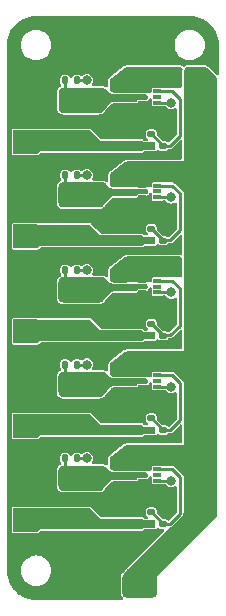
<source format=gbr>
%TF.GenerationSoftware,KiCad,Pcbnew,7.0.7*%
%TF.CreationDate,2024-05-08T01:14:44-04:00*%
%TF.ProjectId,PSU-Plus,5053552d-506c-4757-932e-6b696361645f,rev?*%
%TF.SameCoordinates,Original*%
%TF.FileFunction,Copper,L1,Top*%
%TF.FilePolarity,Positive*%
%FSLAX46Y46*%
G04 Gerber Fmt 4.6, Leading zero omitted, Abs format (unit mm)*
G04 Created by KiCad (PCBNEW 7.0.7) date 2024-05-08 01:14:44*
%MOMM*%
%LPD*%
G01*
G04 APERTURE LIST*
G04 Aperture macros list*
%AMRoundRect*
0 Rectangle with rounded corners*
0 $1 Rounding radius*
0 $2 $3 $4 $5 $6 $7 $8 $9 X,Y pos of 4 corners*
0 Add a 4 corners polygon primitive as box body*
4,1,4,$2,$3,$4,$5,$6,$7,$8,$9,$2,$3,0*
0 Add four circle primitives for the rounded corners*
1,1,$1+$1,$2,$3*
1,1,$1+$1,$4,$5*
1,1,$1+$1,$6,$7*
1,1,$1+$1,$8,$9*
0 Add four rect primitives between the rounded corners*
20,1,$1+$1,$2,$3,$4,$5,0*
20,1,$1+$1,$4,$5,$6,$7,0*
20,1,$1+$1,$6,$7,$8,$9,0*
20,1,$1+$1,$8,$9,$2,$3,0*%
G04 Aperture macros list end*
%TA.AperFunction,NonConductor*%
%ADD10C,0.000000*%
%TD*%
%TA.AperFunction,SMDPad,CuDef*%
%ADD11R,2.000000X2.000000*%
%TD*%
%TA.AperFunction,SMDPad,CuDef*%
%ADD12RoundRect,0.250000X0.475000X-0.250000X0.475000X0.250000X-0.475000X0.250000X-0.475000X-0.250000X0*%
%TD*%
%TA.AperFunction,SMDPad,CuDef*%
%ADD13RoundRect,0.140000X0.140000X0.170000X-0.140000X0.170000X-0.140000X-0.170000X0.140000X-0.170000X0*%
%TD*%
%TA.AperFunction,SMDPad,CuDef*%
%ADD14RoundRect,0.225000X0.250000X-0.225000X0.250000X0.225000X-0.250000X0.225000X-0.250000X-0.225000X0*%
%TD*%
%TA.AperFunction,SMDPad,CuDef*%
%ADD15RoundRect,0.135000X0.185000X-0.135000X0.185000X0.135000X-0.185000X0.135000X-0.185000X-0.135000X0*%
%TD*%
%TA.AperFunction,SMDPad,CuDef*%
%ADD16R,2.400000X1.800000*%
%TD*%
%TA.AperFunction,SMDPad,CuDef*%
%ADD17R,0.670000X0.300000*%
%TD*%
%TA.AperFunction,SMDPad,CuDef*%
%ADD18R,1.000000X1.500000*%
%TD*%
%TA.AperFunction,ViaPad*%
%ADD19C,0.800000*%
%TD*%
%TA.AperFunction,Conductor*%
%ADD20C,0.250000*%
%TD*%
G04 APERTURE END LIST*
D10*
%TA.AperFunction,NonConductor*%
G36*
X172900000Y-111050000D02*
G01*
X172000000Y-111050000D01*
X172000000Y-110150000D01*
X172900000Y-111050000D01*
G37*
%TD.AperFunction*%
%TA.AperFunction,NonConductor*%
G36*
X177550000Y-111800000D02*
G01*
X176400000Y-111800000D01*
X176400000Y-111200000D01*
X177550000Y-111200000D01*
X177550000Y-111800000D01*
G37*
%TD.AperFunction*%
%TA.AperFunction,NonConductor*%
G36*
X167550000Y-112150000D02*
G01*
X167550000Y-111950000D01*
X167750000Y-111950000D01*
X167550000Y-112150000D01*
G37*
%TD.AperFunction*%
%TA.AperFunction,NonConductor*%
G36*
X176550000Y-111200000D02*
G01*
X176400000Y-111200000D01*
X176400000Y-111050000D01*
X176550000Y-111200000D01*
G37*
%TD.AperFunction*%
%TA.AperFunction,NonConductor*%
G36*
X176400000Y-111950000D02*
G01*
X176400000Y-111800000D01*
X176550000Y-111800000D01*
X176400000Y-111950000D01*
G37*
%TD.AperFunction*%
%TA.AperFunction,NonConductor*%
G36*
X172000000Y-111050000D02*
G01*
X176400000Y-111050000D01*
X176400000Y-111200000D01*
X176400000Y-111300000D01*
X176400000Y-111700000D01*
X176400000Y-111800000D01*
X176400000Y-111950000D01*
X165550000Y-111950000D01*
X165550000Y-110150000D01*
X172000000Y-110150000D01*
X172000000Y-111050000D01*
G37*
%TD.AperFunction*%
%TA.AperFunction,NonConductor*%
G36*
X176400000Y-136000000D02*
G01*
X176400000Y-135850000D01*
X176550000Y-135850000D01*
X176400000Y-136000000D01*
G37*
%TD.AperFunction*%
%TA.AperFunction,NonConductor*%
G36*
X172000000Y-135100000D02*
G01*
X176400000Y-135100000D01*
X176400000Y-135250000D01*
X176400000Y-135350000D01*
X176400000Y-135750000D01*
X176400000Y-135850000D01*
X176400000Y-136000000D01*
X165550000Y-136000000D01*
X165550000Y-134200000D01*
X172000000Y-134200000D01*
X172000000Y-135100000D01*
G37*
%TD.AperFunction*%
%TA.AperFunction,NonConductor*%
G36*
X172900000Y-119050000D02*
G01*
X172000000Y-119050000D01*
X172000000Y-118150000D01*
X172900000Y-119050000D01*
G37*
%TD.AperFunction*%
%TA.AperFunction,NonConductor*%
G36*
X176400000Y-143950000D02*
G01*
X176400000Y-143800000D01*
X176550000Y-143800000D01*
X176400000Y-143950000D01*
G37*
%TD.AperFunction*%
%TA.AperFunction,NonConductor*%
G36*
X176550000Y-119200000D02*
G01*
X176400000Y-119200000D01*
X176400000Y-119050000D01*
X176550000Y-119200000D01*
G37*
%TD.AperFunction*%
%TA.AperFunction,NonConductor*%
G36*
X167550000Y-128200000D02*
G01*
X167550000Y-128000000D01*
X167750000Y-128000000D01*
X167550000Y-128200000D01*
G37*
%TD.AperFunction*%
%TA.AperFunction,NonConductor*%
G36*
X172900000Y-135100000D02*
G01*
X172000000Y-135100000D01*
X172000000Y-134200000D01*
X172900000Y-135100000D01*
G37*
%TD.AperFunction*%
%TA.AperFunction,NonConductor*%
G36*
X176400000Y-128000000D02*
G01*
X176400000Y-127850000D01*
X176550000Y-127850000D01*
X176400000Y-128000000D01*
G37*
%TD.AperFunction*%
%TA.AperFunction,NonConductor*%
G36*
X172000000Y-127100000D02*
G01*
X176400000Y-127100000D01*
X176400000Y-127250000D01*
X176400000Y-127350000D01*
X176400000Y-127750000D01*
X176400000Y-127850000D01*
X176400000Y-128000000D01*
X165550000Y-128000000D01*
X165550000Y-126200000D01*
X172000000Y-126200000D01*
X172000000Y-127100000D01*
G37*
%TD.AperFunction*%
%TA.AperFunction,NonConductor*%
G36*
X172900000Y-143050000D02*
G01*
X172000000Y-143050000D01*
X172000000Y-142150000D01*
X172900000Y-143050000D01*
G37*
%TD.AperFunction*%
%TA.AperFunction,NonConductor*%
G36*
X177550000Y-119800000D02*
G01*
X176400000Y-119800000D01*
X176400000Y-119200000D01*
X177550000Y-119200000D01*
X177550000Y-119800000D01*
G37*
%TD.AperFunction*%
%TA.AperFunction,NonConductor*%
G36*
X167550000Y-120150000D02*
G01*
X167550000Y-119950000D01*
X167750000Y-119950000D01*
X167550000Y-120150000D01*
G37*
%TD.AperFunction*%
%TA.AperFunction,NonConductor*%
G36*
X172000000Y-143050000D02*
G01*
X176400000Y-143050000D01*
X176400000Y-143200000D01*
X176400000Y-143300000D01*
X176400000Y-143700000D01*
X176400000Y-143800000D01*
X176400000Y-143950000D01*
X165550000Y-143950000D01*
X165550000Y-142150000D01*
X172000000Y-142150000D01*
X172000000Y-143050000D01*
G37*
%TD.AperFunction*%
%TA.AperFunction,NonConductor*%
G36*
X176550000Y-143200000D02*
G01*
X176400000Y-143200000D01*
X176400000Y-143050000D01*
X176550000Y-143200000D01*
G37*
%TD.AperFunction*%
%TA.AperFunction,NonConductor*%
G36*
X172000000Y-119050000D02*
G01*
X176400000Y-119050000D01*
X176400000Y-119200000D01*
X176400000Y-119300000D01*
X176400000Y-119700000D01*
X176400000Y-119800000D01*
X176400000Y-119950000D01*
X165550000Y-119950000D01*
X165550000Y-118150000D01*
X172000000Y-118150000D01*
X172000000Y-119050000D01*
G37*
%TD.AperFunction*%
%TA.AperFunction,NonConductor*%
G36*
X176550000Y-127250000D02*
G01*
X176400000Y-127250000D01*
X176400000Y-127100000D01*
X176550000Y-127250000D01*
G37*
%TD.AperFunction*%
%TA.AperFunction,NonConductor*%
G36*
X167550000Y-144150000D02*
G01*
X167550000Y-143950000D01*
X167750000Y-143950000D01*
X167550000Y-144150000D01*
G37*
%TD.AperFunction*%
%TA.AperFunction,NonConductor*%
G36*
X177550000Y-143800000D02*
G01*
X176400000Y-143800000D01*
X176400000Y-143200000D01*
X177550000Y-143200000D01*
X177550000Y-143800000D01*
G37*
%TD.AperFunction*%
%TA.AperFunction,NonConductor*%
G36*
X172900000Y-127100000D02*
G01*
X172000000Y-127100000D01*
X172000000Y-126200000D01*
X172900000Y-127100000D01*
G37*
%TD.AperFunction*%
%TA.AperFunction,NonConductor*%
G36*
X176400000Y-119950000D02*
G01*
X176400000Y-119800000D01*
X176550000Y-119800000D01*
X176400000Y-119950000D01*
G37*
%TD.AperFunction*%
%TA.AperFunction,NonConductor*%
G36*
X177550000Y-135850000D02*
G01*
X176400000Y-135850000D01*
X176400000Y-135250000D01*
X177550000Y-135250000D01*
X177550000Y-135850000D01*
G37*
%TD.AperFunction*%
%TA.AperFunction,NonConductor*%
G36*
X167550000Y-136200000D02*
G01*
X167550000Y-136000000D01*
X167750000Y-136000000D01*
X167550000Y-136200000D01*
G37*
%TD.AperFunction*%
%TA.AperFunction,NonConductor*%
G36*
X177550000Y-127850000D02*
G01*
X176400000Y-127850000D01*
X176400000Y-127250000D01*
X177550000Y-127250000D01*
X177550000Y-127850000D01*
G37*
%TD.AperFunction*%
%TA.AperFunction,NonConductor*%
G36*
X176550000Y-135250000D02*
G01*
X176400000Y-135250000D01*
X176400000Y-135100000D01*
X176550000Y-135250000D01*
G37*
%TD.AperFunction*%
D11*
%TO.P,VIN,1,1*%
%TO.N,VIN*%
X176200000Y-148350000D03*
%TD*%
%TO.P,GND,1,1*%
%TO.N,GND*%
X171700000Y-148350000D03*
%TD*%
D12*
%TO.P,C6,1*%
%TO.N,GND*%
X174536000Y-132450000D03*
%TO.P,C6,2*%
%TO.N,VIN*%
X174536000Y-130550000D03*
%TD*%
%TO.P,C2,1*%
%TO.N,GND*%
X174536000Y-140400000D03*
%TO.P,C2,2*%
%TO.N,VIN*%
X174536000Y-138500000D03*
%TD*%
D13*
%TO.P,C1,1*%
%TO.N,Net-(C1-Pad1)*%
X170880000Y-137950000D03*
%TO.P,C1,2*%
%TO.N,Net-(C1-Pad2)*%
X169920000Y-137950000D03*
%TD*%
D14*
%TO.P,C4,1*%
%TO.N,Net-(C3-Pad1)*%
X175900000Y-143500000D03*
%TO.P,C4,2*%
%TO.N,GND*%
X175900000Y-141950000D03*
%TD*%
%TO.P,C7,1*%
%TO.N,Net-(C7-Pad1)*%
X174300000Y-135550000D03*
%TO.P,C7,2*%
%TO.N,GND*%
X174300000Y-134000000D03*
%TD*%
D13*
%TO.P,C5,1*%
%TO.N,Net-(C5-Pad1)*%
X170880000Y-130000000D03*
%TO.P,C5,2*%
%TO.N,Net-(C5-Pad2)*%
X169920000Y-130000000D03*
%TD*%
D14*
%TO.P,C3,1*%
%TO.N,Net-(C3-Pad1)*%
X174300000Y-143500000D03*
%TO.P,C3,2*%
%TO.N,GND*%
X174300000Y-141950000D03*
%TD*%
D15*
%TO.P,R5,1*%
%TO.N,Net-(C11-Pad1)*%
X177200000Y-127560000D03*
%TO.P,R5,2*%
%TO.N,Net-(R5-Pad2)*%
X177200000Y-126540000D03*
%TD*%
D14*
%TO.P,C16,1*%
%TO.N,Net-(C15-Pad1)*%
X175900000Y-119500000D03*
%TO.P,C16,2*%
%TO.N,GND*%
X175900000Y-117950000D03*
%TD*%
D15*
%TO.P,R6,1*%
%TO.N,Net-(R5-Pad2)*%
X178200000Y-127560000D03*
%TO.P,R6,2*%
%TO.N,GND*%
X178200000Y-126540000D03*
%TD*%
D16*
%TO.P,L5,1,1*%
%TO.N,Net-(C17-Pad2)*%
X170800000Y-107600000D03*
%TO.P,L5,2,2*%
%TO.N,Net-(C19-Pad1)*%
X170800000Y-111050000D03*
%TD*%
%TO.P,L1,1,1*%
%TO.N,Net-(C1-Pad2)*%
X170800000Y-139600000D03*
%TO.P,L1,2,2*%
%TO.N,Net-(C3-Pad1)*%
X170800000Y-143050000D03*
%TD*%
D14*
%TO.P,C8,1*%
%TO.N,Net-(C7-Pad1)*%
X175900000Y-135550000D03*
%TO.P,C8,2*%
%TO.N,GND*%
X175900000Y-134000000D03*
%TD*%
D13*
%TO.P,C9,1*%
%TO.N,Net-(C9-Pad1)*%
X170880000Y-122000000D03*
%TO.P,C9,2*%
%TO.N,Net-(C9-Pad2)*%
X169920000Y-122000000D03*
%TD*%
D12*
%TO.P,C10,1*%
%TO.N,GND*%
X174536000Y-124450000D03*
%TO.P,C10,2*%
%TO.N,Net-(C10-Pad2)*%
X174536000Y-122550000D03*
%TD*%
D16*
%TO.P,L2,1,1*%
%TO.N,Net-(C5-Pad2)*%
X170800000Y-131650000D03*
%TO.P,L2,2,2*%
%TO.N,Net-(C7-Pad1)*%
X170800000Y-135100000D03*
%TD*%
D14*
%TO.P,C11,1*%
%TO.N,Net-(C11-Pad1)*%
X174300000Y-127550000D03*
%TO.P,C11,2*%
%TO.N,GND*%
X174300000Y-126000000D03*
%TD*%
%TO.P,C12,1*%
%TO.N,Net-(C11-Pad1)*%
X175900000Y-127550000D03*
%TO.P,C12,2*%
%TO.N,GND*%
X175900000Y-126000000D03*
%TD*%
D13*
%TO.P,C13,1*%
%TO.N,Net-(C13-Pad1)*%
X170880000Y-113950000D03*
%TO.P,C13,2*%
%TO.N,Net-(C13-Pad2)*%
X169920000Y-113950000D03*
%TD*%
D12*
%TO.P,C14,1*%
%TO.N,GND*%
X174536000Y-116400000D03*
%TO.P,C14,2*%
%TO.N,VIN*%
X174536000Y-114500000D03*
%TD*%
D15*
%TO.P,R2,1*%
%TO.N,Net-(R1-Pad2)*%
X178200000Y-143510000D03*
%TO.P,R2,2*%
%TO.N,GND*%
X178200000Y-142490000D03*
%TD*%
D14*
%TO.P,C15,1*%
%TO.N,Net-(C15-Pad1)*%
X174300000Y-119500000D03*
%TO.P,C15,2*%
%TO.N,GND*%
X174300000Y-117950000D03*
%TD*%
D15*
%TO.P,R1,1*%
%TO.N,Net-(C3-Pad1)*%
X177200000Y-143510000D03*
%TO.P,R1,2*%
%TO.N,Net-(R1-Pad2)*%
X177200000Y-142490000D03*
%TD*%
D13*
%TO.P,C17,1*%
%TO.N,Net-(C17-Pad1)*%
X170880000Y-105950000D03*
%TO.P,C17,2*%
%TO.N,Net-(C17-Pad2)*%
X169920000Y-105950000D03*
%TD*%
D12*
%TO.P,C18,1*%
%TO.N,GND*%
X174541709Y-108386355D03*
%TO.P,C18,2*%
%TO.N,Net-(C18-Pad2)*%
X174541709Y-106486355D03*
%TD*%
D14*
%TO.P,C19,1*%
%TO.N,Net-(C19-Pad1)*%
X174300000Y-111500000D03*
%TO.P,C19,2*%
%TO.N,GND*%
X174300000Y-109950000D03*
%TD*%
%TO.P,C20,1*%
%TO.N,Net-(C19-Pad1)*%
X175900000Y-111500000D03*
%TO.P,C20,2*%
%TO.N,GND*%
X175900000Y-109950000D03*
%TD*%
D15*
%TO.P,R3,1*%
%TO.N,Net-(C7-Pad1)*%
X177200000Y-135560000D03*
%TO.P,R3,2*%
%TO.N,Net-(R3-Pad2)*%
X177200000Y-134540000D03*
%TD*%
D16*
%TO.P,L3,1,1*%
%TO.N,Net-(C9-Pad2)*%
X170800000Y-123650000D03*
%TO.P,L3,2,2*%
%TO.N,Net-(C11-Pad1)*%
X170800000Y-127100000D03*
%TD*%
%TO.P,L4,1,1*%
%TO.N,Net-(C13-Pad2)*%
X170800000Y-115600000D03*
%TO.P,L4,2,2*%
%TO.N,Net-(C15-Pad1)*%
X170800000Y-119050000D03*
%TD*%
D15*
%TO.P,R4,1*%
%TO.N,Net-(R3-Pad2)*%
X178200000Y-135560000D03*
%TO.P,R4,2*%
%TO.N,GND*%
X178200000Y-134540000D03*
%TD*%
%TO.P,R8,1*%
%TO.N,Net-(R7-Pad2)*%
X178200000Y-119510000D03*
%TO.P,R8,2*%
%TO.N,GND*%
X178200000Y-118490000D03*
%TD*%
%TO.P,R7,1*%
%TO.N,Net-(C15-Pad1)*%
X177200000Y-119510000D03*
%TO.P,R7,2*%
%TO.N,Net-(R7-Pad2)*%
X177200000Y-118490000D03*
%TD*%
%TO.P,R10,1*%
%TO.N,Net-(R10-Pad1)*%
X178200000Y-111510000D03*
%TO.P,R10,2*%
%TO.N,GND*%
X178200000Y-110490000D03*
%TD*%
D17*
%TO.P,U3,1,VIN*%
%TO.N,Net-(C10-Pad2)*%
X176445000Y-122900000D03*
%TO.P,U3,2,SW*%
%TO.N,Net-(C9-Pad2)*%
X176445000Y-123400000D03*
%TO.P,U3,3,GND*%
%TO.N,GND*%
X176445000Y-123900000D03*
%TO.P,U3,4,BST*%
%TO.N,Net-(C9-Pad1)*%
X177715000Y-123900000D03*
%TO.P,U3,5,EN*%
%TO.N,unconnected-(U3-Pad5)*%
X177715000Y-123400000D03*
%TO.P,U3,6,FB*%
%TO.N,Net-(R5-Pad2)*%
X177715000Y-122900000D03*
%TD*%
D11*
%TO.P,1V,1,1*%
%TO.N,Net-(C3-Pad1)*%
X166550000Y-143150000D03*
%TD*%
%TO.P,GND,1,1*%
%TO.N,GND*%
X166550000Y-123200000D03*
%TD*%
%TO.P,5V,1,1*%
%TO.N,Net-(C19-Pad1)*%
X166550000Y-111150000D03*
%TD*%
D17*
%TO.P,U1,1,VIN*%
%TO.N,VIN*%
X176445000Y-138850000D03*
%TO.P,U1,2,SW*%
%TO.N,Net-(C1-Pad2)*%
X176445000Y-139350000D03*
%TO.P,U1,3,GND*%
%TO.N,GND*%
X176445000Y-139850000D03*
%TO.P,U1,4,BST*%
%TO.N,Net-(C1-Pad1)*%
X177715000Y-139850000D03*
%TO.P,U1,5,EN*%
%TO.N,unconnected-(U1-Pad5)*%
X177715000Y-139350000D03*
%TO.P,U1,6,FB*%
%TO.N,Net-(R1-Pad2)*%
X177715000Y-138850000D03*
%TD*%
D11*
%TO.P,GND,1,1*%
%TO.N,GND*%
X166550000Y-115150000D03*
%TD*%
D17*
%TO.P,U4,1,VIN*%
%TO.N,VIN*%
X176445000Y-114850000D03*
%TO.P,U4,2,SW*%
%TO.N,Net-(C13-Pad2)*%
X176445000Y-115350000D03*
%TO.P,U4,3,GND*%
%TO.N,GND*%
X176445000Y-115850000D03*
%TO.P,U4,4,BST*%
%TO.N,Net-(C13-Pad1)*%
X177715000Y-115850000D03*
%TO.P,U4,5,EN*%
%TO.N,unconnected-(U4-Pad5)*%
X177715000Y-115350000D03*
%TO.P,U4,6,FB*%
%TO.N,Net-(R7-Pad2)*%
X177715000Y-114850000D03*
%TD*%
D11*
%TO.P,3V3,1,1*%
%TO.N,Net-(C15-Pad1)*%
X166550000Y-119150000D03*
%TD*%
%TO.P,1V15,1,1*%
%TO.N,Net-(C7-Pad1)*%
X166550000Y-135200000D03*
%TD*%
%TO.P,1V8,1,1*%
%TO.N,Net-(C11-Pad1)*%
X166550000Y-127200000D03*
%TD*%
%TO.P,GND,1,1*%
%TO.N,GND*%
X166550000Y-131200000D03*
%TD*%
D17*
%TO.P,U2,1,VIN*%
%TO.N,VIN*%
X176445000Y-130900000D03*
%TO.P,U2,2,SW*%
%TO.N,Net-(C5-Pad2)*%
X176445000Y-131400000D03*
%TO.P,U2,3,GND*%
%TO.N,GND*%
X176445000Y-131900000D03*
%TO.P,U2,4,BST*%
%TO.N,Net-(C5-Pad1)*%
X177715000Y-131900000D03*
%TO.P,U2,5,EN*%
%TO.N,unconnected-(U2-Pad5)*%
X177715000Y-131400000D03*
%TO.P,U2,6,FB*%
%TO.N,Net-(R3-Pad2)*%
X177715000Y-130900000D03*
%TD*%
D11*
%TO.P,GND,1,1*%
%TO.N,GND*%
X166550000Y-139200000D03*
%TD*%
%TO.P,GND,1,1*%
%TO.N,GND*%
X166550000Y-107200000D03*
%TD*%
D15*
%TO.P,R9,1*%
%TO.N,Net-(C19-Pad1)*%
X177200000Y-111510000D03*
%TO.P,R9,2*%
%TO.N,Net-(R10-Pad1)*%
X177200000Y-110490000D03*
%TD*%
D17*
%TO.P,U5,1,VIN*%
%TO.N,Net-(C18-Pad2)*%
X176445000Y-106850000D03*
%TO.P,U5,2,SW*%
%TO.N,Net-(C17-Pad2)*%
X176445000Y-107350000D03*
%TO.P,U5,3,GND*%
%TO.N,GND*%
X176445000Y-107850000D03*
%TO.P,U5,4,BST*%
%TO.N,Net-(C17-Pad1)*%
X177715000Y-107850000D03*
%TO.P,U5,5,EN*%
%TO.N,unconnected-(U5-Pad5)*%
X177715000Y-107350000D03*
%TO.P,U5,6,FB*%
%TO.N,Net-(R10-Pad1)*%
X177715000Y-106850000D03*
%TD*%
D11*
%TO.P,VIN,1,1*%
%TO.N,VIN*%
X181350000Y-141100000D03*
%TD*%
D18*
%TO.P,JP2,1,A*%
%TO.N,VIN*%
X180575000Y-105700000D03*
%TO.P,JP2,2,B*%
%TO.N,Net-(C18-Pad2)*%
X179275000Y-105700000D03*
%TD*%
%TO.P,JP1,1,A*%
%TO.N,VIN*%
X180600000Y-121800000D03*
%TO.P,JP1,2,B*%
%TO.N,Net-(C10-Pad2)*%
X179300000Y-121800000D03*
%TD*%
D19*
%TO.N,Net-(C1-Pad1)*%
X171750000Y-137950000D03*
X178900000Y-139850000D03*
%TO.N,GND*%
X167050000Y-106700000D03*
X171550000Y-117450000D03*
X177550000Y-141650000D03*
X169150000Y-109450000D03*
X167050000Y-131700000D03*
X172350000Y-109450000D03*
X177550000Y-109650000D03*
X166050000Y-131700000D03*
X175950000Y-108850000D03*
X167050000Y-130700000D03*
X169150000Y-125500000D03*
X169150000Y-117450000D03*
X167050000Y-114650000D03*
X177550000Y-124900000D03*
X166050000Y-115650000D03*
X172850000Y-126150000D03*
X178350000Y-125700000D03*
X176750000Y-108850000D03*
X170800000Y-141400000D03*
X177550000Y-133700000D03*
X170000000Y-141400000D03*
X178350000Y-116850000D03*
X167050000Y-123700000D03*
X176750000Y-116850000D03*
X169150000Y-133500000D03*
X166050000Y-123700000D03*
X171200000Y-147850000D03*
X171550000Y-109450000D03*
X172900000Y-142050000D03*
X167050000Y-138700000D03*
X176750000Y-140850000D03*
X178350000Y-133700000D03*
X175950000Y-124900000D03*
X166050000Y-138700000D03*
X177550000Y-132900000D03*
X172200000Y-147850000D03*
X175950000Y-132900000D03*
X169950000Y-117450000D03*
X171550000Y-125500000D03*
X169200000Y-141400000D03*
X172350000Y-117450000D03*
X171550000Y-133500000D03*
X167050000Y-107700000D03*
X171600000Y-141400000D03*
X175950000Y-140850000D03*
X172350000Y-133500000D03*
X169950000Y-125500000D03*
X166050000Y-106700000D03*
X178350000Y-109650000D03*
X177550000Y-117650000D03*
X167050000Y-139700000D03*
X178350000Y-140850000D03*
X166050000Y-130700000D03*
X172850000Y-110100000D03*
X167050000Y-115650000D03*
X177550000Y-140850000D03*
X170750000Y-109450000D03*
X166050000Y-114650000D03*
X171200000Y-148850000D03*
X172850000Y-118100000D03*
X170750000Y-133500000D03*
X178350000Y-117650000D03*
X177550000Y-108850000D03*
X166050000Y-139700000D03*
X177550000Y-125700000D03*
X178350000Y-124900000D03*
X170750000Y-117450000D03*
X178350000Y-108850000D03*
X166050000Y-107700000D03*
X176750000Y-124900000D03*
X177550000Y-116850000D03*
X169950000Y-133500000D03*
X172350000Y-125500000D03*
X175950000Y-116850000D03*
X167050000Y-122700000D03*
X178350000Y-132900000D03*
X166050000Y-122700000D03*
X176750000Y-132900000D03*
X170750000Y-125500000D03*
X178350000Y-141650000D03*
X172850000Y-134150000D03*
X169950000Y-109450000D03*
X172400000Y-141400000D03*
X172200000Y-148850000D03*
%TO.N,VIN*%
X177550000Y-129850000D03*
X176750000Y-129850000D03*
X177550000Y-113800000D03*
X175950000Y-137800000D03*
X176750000Y-113800000D03*
X177550000Y-137800000D03*
X175950000Y-113800000D03*
X178350000Y-113800000D03*
X175950000Y-129850000D03*
X178350000Y-129850000D03*
X178350000Y-137800000D03*
X176750000Y-137800000D03*
%TO.N,Net-(C5-Pad1)*%
X178900000Y-131900000D03*
X171750000Y-130000000D03*
%TO.N,Net-(C9-Pad1)*%
X178900000Y-123900000D03*
X171750000Y-122000000D03*
%TO.N,Net-(C13-Pad1)*%
X178900000Y-115850000D03*
X171750000Y-113950000D03*
%TO.N,Net-(C17-Pad1)*%
X171750000Y-105950000D03*
X178900000Y-107850000D03*
%TO.N,Net-(C10-Pad2)*%
X178350000Y-121850000D03*
X175950000Y-121850000D03*
X177550000Y-121850000D03*
X176750000Y-121850000D03*
%TO.N,Net-(C18-Pad2)*%
X175950000Y-105800000D03*
X178350000Y-105800000D03*
X177550000Y-105800000D03*
X176750000Y-105800000D03*
%TD*%
D20*
%TO.N,Net-(C1-Pad2)*%
X169920000Y-138720000D02*
X170800000Y-139600000D01*
X169920000Y-137950000D02*
X169920000Y-138720000D01*
%TO.N,Net-(C1-Pad1)*%
X170880000Y-137950000D02*
X171750000Y-137950000D01*
X178900000Y-139850000D02*
X177715000Y-139850000D01*
%TO.N,GND*%
X178200000Y-142520000D02*
X178200000Y-142400000D01*
X178200000Y-142400000D02*
X178224999Y-142375001D01*
%TO.N,Net-(C3-Pad1)*%
X171550000Y-143050000D02*
X172000000Y-143500000D01*
X172000000Y-143500000D02*
X174300000Y-143500000D01*
X170800000Y-143050000D02*
X171550000Y-143050000D01*
X166550000Y-143150000D02*
X170700000Y-143150000D01*
X170700000Y-143150000D02*
X170800000Y-143050000D01*
X177180000Y-143500000D02*
X177200000Y-143480000D01*
X175900000Y-143500000D02*
X177180000Y-143500000D01*
X174300000Y-143500000D02*
X175900000Y-143500000D01*
%TO.N,Net-(C5-Pad1)*%
X170880000Y-130000000D02*
X171750000Y-130000000D01*
X177715000Y-131900000D02*
X178900000Y-131900000D01*
%TO.N,Net-(C5-Pad2)*%
X169920000Y-130000000D02*
X169920000Y-130770000D01*
X169920000Y-130770000D02*
X170800000Y-131650000D01*
%TO.N,Net-(C7-Pad1)*%
X171550000Y-135100000D02*
X172000000Y-135550000D01*
X170800000Y-135100000D02*
X171550000Y-135100000D01*
X177180000Y-135550000D02*
X177200000Y-135530000D01*
X166550000Y-135200000D02*
X170700000Y-135200000D01*
X172000000Y-135550000D02*
X174300000Y-135550000D01*
X174300000Y-135550000D02*
X175900000Y-135550000D01*
X175900000Y-135550000D02*
X177180000Y-135550000D01*
X170700000Y-135200000D02*
X170800000Y-135100000D01*
%TO.N,Net-(C9-Pad1)*%
X178900000Y-123900000D02*
X177715000Y-123900000D01*
X170880000Y-122000000D02*
X171750000Y-122000000D01*
%TO.N,Net-(C9-Pad2)*%
X169920000Y-122000000D02*
X169920000Y-122770000D01*
X169920000Y-122770000D02*
X170800000Y-123650000D01*
%TO.N,Net-(C11-Pad1)*%
X166550000Y-127200000D02*
X170700000Y-127200000D01*
X177180000Y-127550000D02*
X177200000Y-127530000D01*
X170800000Y-127100000D02*
X171500000Y-127100000D01*
X171950000Y-127550000D02*
X174300000Y-127550000D01*
X174300000Y-127550000D02*
X175900000Y-127550000D01*
X171500000Y-127100000D02*
X171950000Y-127550000D01*
X170700000Y-127200000D02*
X170800000Y-127100000D01*
X175900000Y-127550000D02*
X177180000Y-127550000D01*
%TO.N,Net-(C13-Pad1)*%
X177715000Y-115850000D02*
X178900000Y-115850000D01*
X170880000Y-113950000D02*
X171750000Y-113950000D01*
%TO.N,Net-(C13-Pad2)*%
X169920000Y-113950000D02*
X169920000Y-114720000D01*
X169920000Y-114720000D02*
X170800000Y-115600000D01*
%TO.N,Net-(C15-Pad1)*%
X170800000Y-119050000D02*
X171500000Y-119050000D01*
X174300000Y-119500000D02*
X175900000Y-119500000D01*
X170700000Y-119150000D02*
X170800000Y-119050000D01*
X175900000Y-119500000D02*
X177180000Y-119500000D01*
X166550000Y-119150000D02*
X170700000Y-119150000D01*
X171500000Y-119050000D02*
X171950000Y-119500000D01*
X177180000Y-119500000D02*
X177200000Y-119480000D01*
X171950000Y-119500000D02*
X174300000Y-119500000D01*
%TO.N,Net-(C17-Pad2)*%
X176420001Y-107374999D02*
X176445000Y-107350000D01*
X169920000Y-106720000D02*
X170800000Y-107600000D01*
X169920000Y-105950000D02*
X169920000Y-106720000D01*
%TO.N,Net-(C17-Pad1)*%
X178900000Y-107850000D02*
X177715000Y-107850000D01*
X170880000Y-105950000D02*
X171750000Y-105950000D01*
%TO.N,Net-(C19-Pad1)*%
X166550000Y-111150000D02*
X170700000Y-111150000D01*
X172000000Y-111500000D02*
X174300000Y-111500000D01*
X174300000Y-111500000D02*
X175900000Y-111500000D01*
X175900000Y-111500000D02*
X177180000Y-111500000D01*
X177180000Y-111500000D02*
X177200000Y-111480000D01*
X171550000Y-111050000D02*
X172000000Y-111500000D01*
X170800000Y-111050000D02*
X171550000Y-111050000D01*
X170700000Y-111150000D02*
X170800000Y-111050000D01*
%TO.N,Net-(R1-Pad2)*%
X178174999Y-143478001D02*
X178794999Y-143478001D01*
X179624999Y-142648001D02*
X179624999Y-139525001D01*
X178948001Y-138848001D02*
X177689999Y-138848001D01*
X179600000Y-139500000D02*
X178948001Y-138848001D01*
X177739999Y-138874999D02*
X177715000Y-138850000D01*
X178794999Y-143478001D02*
X179624999Y-142648001D01*
X177200000Y-142520000D02*
X177240000Y-142520000D01*
X177240000Y-142520000D02*
X178200000Y-143480000D01*
%TO.N,Net-(R3-Pad2)*%
X177200000Y-134570000D02*
X177240000Y-134570000D01*
X179650000Y-134711500D02*
X179650000Y-131588500D01*
X177739999Y-130924999D02*
X177715000Y-130900000D01*
X178973002Y-130911500D02*
X177715000Y-130911500D01*
X177240000Y-134570000D02*
X178200000Y-135530000D01*
X178200000Y-135541500D02*
X178820000Y-135541500D01*
X178820000Y-135541500D02*
X179650000Y-134711500D01*
X179625001Y-131563499D02*
X178973002Y-130911500D01*
%TO.N,Net-(R5-Pad2)*%
X178174999Y-127528001D02*
X178794999Y-127528001D01*
X177200000Y-126570000D02*
X177240000Y-126570000D01*
X178794999Y-127528001D02*
X179624999Y-126698001D01*
X177240000Y-126570000D02*
X178200000Y-127530000D01*
X179600000Y-123550000D02*
X178948001Y-122898001D01*
X178948001Y-122898001D02*
X177689999Y-122898001D01*
X179624999Y-126698001D02*
X179624999Y-123575001D01*
%TO.N,Net-(R7-Pad2)*%
X179625001Y-115501999D02*
X178973002Y-114850000D01*
X179650000Y-118650000D02*
X179650000Y-115527000D01*
X178820000Y-119480000D02*
X179650000Y-118650000D01*
X178973002Y-114850000D02*
X177715000Y-114850000D01*
X177240000Y-118520000D02*
X178200000Y-119480000D01*
X178200000Y-119480000D02*
X178820000Y-119480000D01*
X177200000Y-118520000D02*
X177240000Y-118520000D01*
%TO.N,Net-(R10-Pad1)*%
X179625001Y-107501999D02*
X178973002Y-106850000D01*
X179625001Y-110624999D02*
X179625001Y-107501999D01*
X177200000Y-110520000D02*
X177240000Y-110520000D01*
X178200000Y-111480000D02*
X178770000Y-111480000D01*
X178770000Y-111480000D02*
X179625001Y-110624999D01*
X178973002Y-106850000D02*
X177715000Y-106850000D01*
X177240000Y-110520000D02*
X178200000Y-111480000D01*
%TD*%
%TA.AperFunction,Conductor*%
%TO.N,GND*%
G36*
X180451900Y-100475614D02*
G01*
X180744470Y-100493312D01*
X180752012Y-100494228D01*
X181038449Y-100546719D01*
X181045822Y-100548536D01*
X181323837Y-100635169D01*
X181330941Y-100637864D01*
X181596479Y-100757373D01*
X181603216Y-100760910D01*
X181852411Y-100911552D01*
X181858671Y-100915872D01*
X182087423Y-101095088D01*
X182087899Y-101095461D01*
X182093589Y-101100502D01*
X182299496Y-101306409D01*
X182304538Y-101312100D01*
X182483900Y-101541039D01*
X182484121Y-101541320D01*
X182488447Y-101547588D01*
X182639089Y-101796783D01*
X182642628Y-101803525D01*
X182717181Y-101969175D01*
X182762131Y-102069048D01*
X182764831Y-102076167D01*
X182851461Y-102354172D01*
X182853284Y-102361566D01*
X182905770Y-102647980D01*
X182906688Y-102655539D01*
X182924385Y-102948096D01*
X182924500Y-102951901D01*
X182924500Y-105343925D01*
X182904498Y-105412046D01*
X182850842Y-105458539D01*
X182780568Y-105468643D01*
X182715988Y-105439149D01*
X182709405Y-105433021D01*
X182081324Y-104804941D01*
X182081327Y-104804943D01*
X182078354Y-104802249D01*
X182076507Y-104800575D01*
X182052386Y-104780778D01*
X182047160Y-104776902D01*
X182047157Y-104776900D01*
X182047149Y-104776894D01*
X182047148Y-104776894D01*
X181945848Y-104709207D01*
X181945832Y-104709198D01*
X181922940Y-104696961D01*
X181922935Y-104696959D01*
X181922933Y-104696958D01*
X181922931Y-104696957D01*
X181895462Y-104685579D01*
X181877516Y-104678145D01*
X181877497Y-104678138D01*
X181852655Y-104670603D01*
X181852648Y-104670602D01*
X181770790Y-104654320D01*
X181733145Y-104646832D01*
X181733141Y-104646831D01*
X181733134Y-104646830D01*
X181733135Y-104646830D01*
X181726710Y-104645878D01*
X181726705Y-104645877D01*
X181726704Y-104645877D01*
X181695647Y-104642818D01*
X181695652Y-104642818D01*
X181689158Y-104642500D01*
X180367317Y-104642500D01*
X180362120Y-104642704D01*
X180337223Y-104644662D01*
X180332051Y-104645274D01*
X180235375Y-104660586D01*
X180235377Y-104660585D01*
X180222847Y-104663593D01*
X180215159Y-104665440D01*
X180215155Y-104665441D01*
X180215152Y-104665442D01*
X180215150Y-104665443D01*
X180177670Y-104677620D01*
X180177671Y-104677620D01*
X180176406Y-104678144D01*
X180158459Y-104685578D01*
X180082507Y-104724278D01*
X180072060Y-104730679D01*
X180064776Y-104735143D01*
X180064775Y-104735144D01*
X180032686Y-104758458D01*
X179965818Y-104782317D01*
X179896667Y-104766236D01*
X179883428Y-104757623D01*
X179875120Y-104751444D01*
X179875122Y-104751445D01*
X179865287Y-104745258D01*
X179857643Y-104740450D01*
X179782998Y-104701253D01*
X179782997Y-104701253D01*
X179782995Y-104701252D01*
X179779906Y-104699925D01*
X179764105Y-104693134D01*
X179764106Y-104693135D01*
X179764101Y-104693133D01*
X179741912Y-104685578D01*
X179727207Y-104680571D01*
X179717721Y-104678144D01*
X179707286Y-104675474D01*
X179707282Y-104675473D01*
X179707281Y-104675473D01*
X179611936Y-104658825D01*
X179606839Y-104658138D01*
X179592086Y-104656729D01*
X179582253Y-104655790D01*
X179577114Y-104655500D01*
X179066335Y-104646539D01*
X178555559Y-104637578D01*
X178553361Y-104637548D01*
X178551165Y-104637519D01*
X178546765Y-104637500D01*
X175264532Y-104637500D01*
X175259253Y-104637711D01*
X175246614Y-104638720D01*
X175233974Y-104639730D01*
X175228729Y-104640361D01*
X175130622Y-104656141D01*
X175130623Y-104656141D01*
X175119773Y-104658787D01*
X175110125Y-104661141D01*
X175110124Y-104661141D01*
X175110120Y-104661142D01*
X175110117Y-104661143D01*
X175092670Y-104666905D01*
X175072132Y-104673688D01*
X175072131Y-104673688D01*
X175072123Y-104673691D01*
X175072121Y-104673692D01*
X175052668Y-104681888D01*
X175000007Y-104709202D01*
X174964459Y-104727639D01*
X174959872Y-104730255D01*
X174938376Y-104743678D01*
X174934007Y-104746654D01*
X173776153Y-105605065D01*
X173763676Y-105614315D01*
X173759661Y-105617540D01*
X173741029Y-105633739D01*
X173737276Y-105637267D01*
X173737273Y-105637270D01*
X173669292Y-105706351D01*
X173656036Y-105722102D01*
X173656034Y-105722105D01*
X173656034Y-105722104D01*
X173633309Y-105753812D01*
X173633311Y-105753810D01*
X173622664Y-105771408D01*
X173584713Y-105846785D01*
X173576914Y-105865829D01*
X173576914Y-105865828D01*
X173564976Y-105902977D01*
X173560222Y-105922997D01*
X173560221Y-105923000D01*
X173545219Y-106018714D01*
X173544620Y-106023829D01*
X173542700Y-106048476D01*
X173542500Y-106053623D01*
X173542500Y-106406869D01*
X173522498Y-106474990D01*
X173468842Y-106521483D01*
X173398568Y-106531587D01*
X173346479Y-106511621D01*
X173309857Y-106487141D01*
X173309853Y-106487139D01*
X173309852Y-106487138D01*
X173286972Y-106474899D01*
X173282395Y-106473001D01*
X173241610Y-106456088D01*
X173241589Y-106456081D01*
X173216790Y-106448545D01*
X173216781Y-106448543D01*
X173216778Y-106448542D01*
X173153010Y-106435819D01*
X173097389Y-106424721D01*
X173097392Y-106424722D01*
X173097387Y-106424721D01*
X173090957Y-106423763D01*
X173090956Y-106423762D01*
X173090950Y-106423762D01*
X173090947Y-106423762D01*
X173059950Y-106420689D01*
X173059940Y-106420688D01*
X173053451Y-106420365D01*
X173052280Y-106420364D01*
X172309822Y-106419788D01*
X172241717Y-106399733D01*
X172195266Y-106346041D01*
X172185216Y-106275760D01*
X172207246Y-106223522D01*
X172206644Y-106223175D01*
X172209423Y-106218361D01*
X172209965Y-106217075D01*
X172210771Y-106216026D01*
X172263923Y-106087705D01*
X172282052Y-105950000D01*
X172263923Y-105812295D01*
X172239631Y-105753648D01*
X172210773Y-105683977D01*
X172204147Y-105675342D01*
X172126218Y-105573782D01*
X172016026Y-105489229D01*
X172016025Y-105489228D01*
X172016022Y-105489226D01*
X171887705Y-105436077D01*
X171750000Y-105417948D01*
X171612294Y-105436077D01*
X171483977Y-105489226D01*
X171433420Y-105528020D01*
X171373782Y-105573782D01*
X171373781Y-105573783D01*
X171367230Y-105578810D01*
X171366286Y-105577580D01*
X171312109Y-105607157D01*
X171241294Y-105602085D01*
X171215336Y-105588799D01*
X171124373Y-105528020D01*
X171046351Y-105512500D01*
X171046348Y-105512500D01*
X170713652Y-105512500D01*
X170713648Y-105512500D01*
X170635626Y-105528020D01*
X170547142Y-105587142D01*
X170504765Y-105650566D01*
X170450288Y-105696094D01*
X170379845Y-105704942D01*
X170315801Y-105674301D01*
X170295235Y-105650566D01*
X170252857Y-105587142D01*
X170164373Y-105528020D01*
X170086351Y-105512500D01*
X170086348Y-105512500D01*
X169753652Y-105512500D01*
X169753648Y-105512500D01*
X169675626Y-105528020D01*
X169587142Y-105587142D01*
X169528020Y-105675626D01*
X169512500Y-105753648D01*
X169512500Y-106146351D01*
X169528019Y-106224372D01*
X169572339Y-106290702D01*
X169593553Y-106358455D01*
X169574769Y-106426922D01*
X169524716Y-106473000D01*
X169472737Y-106499450D01*
X169463450Y-106505133D01*
X169454993Y-106510310D01*
X169454994Y-106510310D01*
X169423082Y-106533473D01*
X169407259Y-106546976D01*
X169346931Y-106607257D01*
X169333415Y-106623071D01*
X169310228Y-106654965D01*
X169310226Y-106654968D01*
X169310226Y-106654967D01*
X169299353Y-106672700D01*
X169260620Y-106748675D01*
X169260619Y-106748676D01*
X169252659Y-106767884D01*
X169252659Y-106767883D01*
X169252655Y-106767893D01*
X169252655Y-106767895D01*
X169240463Y-106805400D01*
X169235605Y-106825625D01*
X169235604Y-106825632D01*
X169220279Y-106922341D01*
X169219666Y-106927511D01*
X169217705Y-106952424D01*
X169217500Y-106957627D01*
X169217500Y-108292684D01*
X169217704Y-108297883D01*
X169219663Y-108322780D01*
X169220275Y-108327949D01*
X169235585Y-108424617D01*
X169240440Y-108444840D01*
X169252621Y-108482331D01*
X169252621Y-108482330D01*
X169252622Y-108482332D01*
X169260579Y-108501542D01*
X169299276Y-108577489D01*
X169310141Y-108595219D01*
X169310143Y-108595221D01*
X169310143Y-108595222D01*
X169333311Y-108627109D01*
X169346815Y-108642920D01*
X169407079Y-108703184D01*
X169422890Y-108716688D01*
X169454777Y-108739856D01*
X169454780Y-108739858D01*
X169472510Y-108750723D01*
X169472514Y-108750725D01*
X169472513Y-108750725D01*
X169548453Y-108789418D01*
X169548457Y-108789420D01*
X169555043Y-108792148D01*
X169567662Y-108797376D01*
X169567664Y-108797376D01*
X169567666Y-108797377D01*
X169577387Y-108800535D01*
X169605158Y-108809560D01*
X169605156Y-108809559D01*
X169625377Y-108814414D01*
X169625378Y-108814414D01*
X169722049Y-108829724D01*
X169722050Y-108829725D01*
X169727219Y-108830336D01*
X169752116Y-108832296D01*
X169757315Y-108832500D01*
X172799488Y-108832500D01*
X172803986Y-108832347D01*
X172808320Y-108832052D01*
X172816994Y-108831462D01*
X172821462Y-108831006D01*
X172914088Y-108818357D01*
X172914085Y-108818358D01*
X172919801Y-108817178D01*
X172922896Y-108816540D01*
X172922897Y-108816540D01*
X172947983Y-108809559D01*
X172964403Y-108804990D01*
X172964405Y-108804988D01*
X172964413Y-108804987D01*
X172972875Y-108802000D01*
X172972875Y-108801999D01*
X172972885Y-108801996D01*
X173048934Y-108769204D01*
X173056934Y-108765090D01*
X173080749Y-108750723D01*
X173093825Y-108742835D01*
X173093827Y-108742833D01*
X173093829Y-108742832D01*
X173101196Y-108737675D01*
X173143976Y-108703184D01*
X173173968Y-108679004D01*
X173177368Y-108676067D01*
X173186953Y-108667203D01*
X173190150Y-108664038D01*
X173271846Y-108577489D01*
X173831846Y-107984222D01*
X173838093Y-107978443D01*
X173884550Y-107940987D01*
X173913731Y-107923384D01*
X173948306Y-107908476D01*
X173981138Y-107899340D01*
X174040230Y-107891270D01*
X174048762Y-107890691D01*
X175868867Y-107890691D01*
X175876545Y-107890245D01*
X175909342Y-107886422D01*
X175959566Y-107869953D01*
X176019814Y-107835644D01*
X176021009Y-107835006D01*
X176021259Y-107834821D01*
X176021263Y-107834820D01*
X176073104Y-107781093D01*
X176077545Y-107772601D01*
X176126843Y-107721509D01*
X176189195Y-107705000D01*
X176767618Y-107705000D01*
X176794666Y-107702210D01*
X176845024Y-107691709D01*
X176903006Y-107663617D01*
X176957455Y-107618056D01*
X176982639Y-107589984D01*
X176983337Y-107588938D01*
X176995552Y-107566062D01*
X177014323Y-107520708D01*
X177014325Y-107520698D01*
X177015042Y-107518696D01*
X177015304Y-107518335D01*
X177015504Y-107517853D01*
X177015620Y-107517901D01*
X177056807Y-107461283D01*
X177122982Y-107435565D01*
X177192556Y-107449706D01*
X177243440Y-107499217D01*
X177257268Y-107536528D01*
X177259897Y-107549748D01*
X177260740Y-107551782D01*
X177261254Y-107556571D01*
X177262319Y-107561921D01*
X177261840Y-107562016D01*
X177268329Y-107622372D01*
X177260740Y-107648218D01*
X177259897Y-107650251D01*
X177252500Y-107687441D01*
X177252500Y-107687442D01*
X177252500Y-108012558D01*
X177259898Y-108049748D01*
X177288078Y-108091922D01*
X177330252Y-108120102D01*
X177367442Y-108127500D01*
X177367447Y-108127500D01*
X178062553Y-108127500D01*
X178062558Y-108127500D01*
X178099748Y-108120102D01*
X178099752Y-108120098D01*
X178111209Y-108115354D01*
X178112342Y-108118089D01*
X178162058Y-108102520D01*
X178164312Y-108102500D01*
X178366714Y-108102500D01*
X178434835Y-108122502D01*
X178466674Y-108151793D01*
X178523782Y-108226218D01*
X178630208Y-108307881D01*
X178633977Y-108310773D01*
X178706331Y-108340742D01*
X178762295Y-108363923D01*
X178900000Y-108382052D01*
X179037705Y-108363923D01*
X179166026Y-108310771D01*
X179169792Y-108307880D01*
X179236011Y-108282276D01*
X179305560Y-108296538D01*
X179356359Y-108346136D01*
X179372501Y-108407839D01*
X179372501Y-110468219D01*
X179352499Y-110536340D01*
X179335596Y-110557314D01*
X178727045Y-111165865D01*
X178664733Y-111199891D01*
X178593918Y-111194826D01*
X178567948Y-111181535D01*
X178487424Y-111127730D01*
X178410859Y-111112500D01*
X178410856Y-111112500D01*
X178241780Y-111112500D01*
X178173659Y-111092498D01*
X178152684Y-111075595D01*
X177684404Y-110607314D01*
X177650379Y-110545002D01*
X177647500Y-110518219D01*
X177647500Y-110329145D01*
X177647499Y-110329140D01*
X177632269Y-110252574D01*
X177574252Y-110165747D01*
X177487425Y-110107730D01*
X177410859Y-110092500D01*
X177410856Y-110092500D01*
X176989144Y-110092500D01*
X176989140Y-110092500D01*
X176912574Y-110107730D01*
X176825747Y-110165747D01*
X176767730Y-110252574D01*
X176752500Y-110329140D01*
X176752500Y-110650859D01*
X176767730Y-110727425D01*
X176825747Y-110814252D01*
X176866879Y-110841736D01*
X176912406Y-110896213D01*
X176921253Y-110966656D01*
X176890612Y-111030700D01*
X176830209Y-111068011D01*
X176796876Y-111072500D01*
X176655002Y-111072500D01*
X176586881Y-111052498D01*
X176565907Y-111035595D01*
X176527336Y-110997024D01*
X176510425Y-110976037D01*
X176506652Y-110970164D01*
X176500427Y-110962981D01*
X176500426Y-110962980D01*
X176491859Y-110957474D01*
X176484786Y-110951774D01*
X176484408Y-110952281D01*
X176469975Y-110941477D01*
X176470343Y-110940984D01*
X176462889Y-110935786D01*
X176455201Y-110929124D01*
X176446560Y-110925178D01*
X176439840Y-110923205D01*
X176437146Y-110922089D01*
X176435076Y-110921639D01*
X176430723Y-110920528D01*
X176429212Y-110920084D01*
X176418082Y-110920880D01*
X176391173Y-110919919D01*
X176381090Y-110918469D01*
X176363160Y-110921048D01*
X176362807Y-110918594D01*
X176344857Y-110922500D01*
X173005003Y-110922500D01*
X172936882Y-110902498D01*
X172915907Y-110885595D01*
X172127332Y-110097019D01*
X172110424Y-110076035D01*
X172106652Y-110070164D01*
X172100427Y-110062981D01*
X172100426Y-110062980D01*
X172091859Y-110057474D01*
X172084786Y-110051774D01*
X172084408Y-110052281D01*
X172069975Y-110041477D01*
X172070343Y-110040984D01*
X172062889Y-110035786D01*
X172055201Y-110029124D01*
X172046560Y-110025178D01*
X172039840Y-110023205D01*
X172037146Y-110022089D01*
X172035076Y-110021639D01*
X172030723Y-110020528D01*
X172029212Y-110020084D01*
X172018082Y-110020880D01*
X171991173Y-110019919D01*
X171981090Y-110018469D01*
X171963160Y-110021048D01*
X171962807Y-110018594D01*
X171944857Y-110022500D01*
X165568134Y-110022500D01*
X165550203Y-110021218D01*
X165531089Y-110018469D01*
X165531087Y-110018470D01*
X165523903Y-110021751D01*
X165505818Y-110027592D01*
X165488223Y-110034880D01*
X165481864Y-110037123D01*
X165478160Y-110038210D01*
X165470155Y-110043354D01*
X165462980Y-110049572D01*
X165452542Y-110065814D01*
X165441775Y-110080197D01*
X165429126Y-110094795D01*
X165425177Y-110103441D01*
X165422500Y-110112563D01*
X165422500Y-110131866D01*
X165421218Y-110149796D01*
X165418469Y-110168913D01*
X165421048Y-110186844D01*
X165418594Y-110187196D01*
X165422500Y-110205147D01*
X165422500Y-111931866D01*
X165421218Y-111949796D01*
X165418469Y-111968913D01*
X165421048Y-111986844D01*
X165418594Y-111987196D01*
X165422500Y-112005146D01*
X165422500Y-112162558D01*
X165429898Y-112199748D01*
X165458078Y-112241922D01*
X165500252Y-112270102D01*
X165537442Y-112277500D01*
X167504265Y-112277500D01*
X167526776Y-112281561D01*
X167540519Y-112282543D01*
X167540521Y-112282544D01*
X167540522Y-112282543D01*
X167554279Y-112283527D01*
X167555262Y-112283492D01*
X167568907Y-112281529D01*
X167568911Y-112281530D01*
X167576082Y-112278254D01*
X167603859Y-112269285D01*
X167606985Y-112268663D01*
X167613024Y-112266771D01*
X167613684Y-112266628D01*
X167613686Y-112266625D01*
X167625805Y-112260008D01*
X167626589Y-112259463D01*
X167637018Y-112250427D01*
X167637018Y-112250426D01*
X167637020Y-112250426D01*
X167642527Y-112241855D01*
X167659426Y-112220884D01*
X167765908Y-112114403D01*
X167828223Y-112080379D01*
X167855004Y-112077500D01*
X169587442Y-112077500D01*
X172012558Y-112077500D01*
X174016547Y-112077500D01*
X175616547Y-112077500D01*
X176354265Y-112077500D01*
X176376776Y-112081561D01*
X176390519Y-112082543D01*
X176390521Y-112082544D01*
X176390522Y-112082543D01*
X176404279Y-112083527D01*
X176405265Y-112083492D01*
X176418908Y-112081530D01*
X176418908Y-112081529D01*
X176418911Y-112081530D01*
X176428172Y-112077300D01*
X176453733Y-112068792D01*
X176463684Y-112066628D01*
X176463684Y-112066627D01*
X176464628Y-112066422D01*
X176465958Y-112065568D01*
X176469826Y-112063273D01*
X176471697Y-112062250D01*
X176473968Y-112060421D01*
X176479842Y-112056646D01*
X176487017Y-112050427D01*
X176487020Y-112050426D01*
X176489492Y-112046578D01*
X176492526Y-112041859D01*
X176509431Y-112020880D01*
X176565908Y-111964404D01*
X176628221Y-111930379D01*
X176655003Y-111927500D01*
X177531866Y-111927500D01*
X177549796Y-111928782D01*
X177552678Y-111929196D01*
X177568911Y-111931530D01*
X177586473Y-111923508D01*
X177603320Y-111917225D01*
X177621842Y-111911788D01*
X177621842Y-111911787D01*
X177629837Y-111906650D01*
X177637018Y-111900428D01*
X177637018Y-111900426D01*
X177637020Y-111900426D01*
X177647456Y-111884185D01*
X177658229Y-111869795D01*
X177666367Y-111860404D01*
X177726094Y-111822022D01*
X177797091Y-111822025D01*
X177831591Y-111838156D01*
X177912575Y-111892269D01*
X177912577Y-111892270D01*
X177989144Y-111907500D01*
X177989145Y-111907500D01*
X178410855Y-111907500D01*
X178410856Y-111907500D01*
X178487423Y-111892270D01*
X178487424Y-111892269D01*
X178487425Y-111892269D01*
X178557273Y-111845597D01*
X178574252Y-111834252D01*
X178604824Y-111788497D01*
X178659301Y-111742970D01*
X178709589Y-111732500D01*
X178732714Y-111732500D01*
X178757295Y-111734921D01*
X178769999Y-111737448D01*
X178770000Y-111737448D01*
X178770002Y-111737448D01*
X178853214Y-111720894D01*
X178853213Y-111720894D01*
X178868521Y-111717850D01*
X178952043Y-111662043D01*
X178959243Y-111651266D01*
X178974905Y-111632182D01*
X179611407Y-110995680D01*
X179673717Y-110961656D01*
X179744532Y-110966721D01*
X179801368Y-111009268D01*
X179826179Y-111075788D01*
X179826500Y-111084777D01*
X179826501Y-112516500D01*
X179806499Y-112584621D01*
X179752843Y-112631114D01*
X179700501Y-112642500D01*
X175264532Y-112642500D01*
X175259253Y-112642711D01*
X175246614Y-112643720D01*
X175233974Y-112644730D01*
X175228729Y-112645361D01*
X175130622Y-112661141D01*
X175130623Y-112661141D01*
X175119773Y-112663787D01*
X175110125Y-112666141D01*
X175110124Y-112666141D01*
X175110120Y-112666142D01*
X175110117Y-112666143D01*
X175092670Y-112671905D01*
X175072132Y-112678688D01*
X175072131Y-112678688D01*
X175072123Y-112678691D01*
X175072121Y-112678692D01*
X175052668Y-112686888D01*
X174992517Y-112718086D01*
X174964459Y-112732639D01*
X174959872Y-112735255D01*
X174938376Y-112748678D01*
X174934007Y-112751654D01*
X173807071Y-113587143D01*
X173763676Y-113619315D01*
X173759661Y-113622540D01*
X173741029Y-113638739D01*
X173737276Y-113642267D01*
X173737273Y-113642270D01*
X173669292Y-113711351D01*
X173656036Y-113727102D01*
X173656034Y-113727105D01*
X173656034Y-113727104D01*
X173633309Y-113758812D01*
X173633311Y-113758810D01*
X173622664Y-113776408D01*
X173584713Y-113851785D01*
X173576914Y-113870829D01*
X173576914Y-113870828D01*
X173564976Y-113907977D01*
X173560222Y-113927997D01*
X173560221Y-113928000D01*
X173545219Y-114023714D01*
X173544620Y-114028829D01*
X173542700Y-114053476D01*
X173542500Y-114058623D01*
X173542500Y-114410683D01*
X173522498Y-114478804D01*
X173468842Y-114525297D01*
X173398568Y-114535401D01*
X173346479Y-114515435D01*
X173306855Y-114488948D01*
X173283975Y-114476709D01*
X173283972Y-114476708D01*
X173283967Y-114476705D01*
X173283967Y-114476704D01*
X173238619Y-114457900D01*
X173238612Y-114457897D01*
X173238608Y-114457896D01*
X173213778Y-114450351D01*
X173213776Y-114450350D01*
X173213774Y-114450350D01*
X173094389Y-114426530D01*
X173094392Y-114426531D01*
X173094387Y-114426530D01*
X173087957Y-114425572D01*
X173087956Y-114425571D01*
X173087950Y-114425571D01*
X173087947Y-114425571D01*
X173056950Y-114422498D01*
X173056940Y-114422497D01*
X173050451Y-114422174D01*
X173046254Y-114422170D01*
X172308433Y-114421599D01*
X172240328Y-114401544D01*
X172193877Y-114347852D01*
X172183827Y-114277571D01*
X172206742Y-114223231D01*
X172206644Y-114223175D01*
X172207097Y-114222390D01*
X172208572Y-114218890D01*
X172210771Y-114216026D01*
X172263923Y-114087705D01*
X172282052Y-113950000D01*
X172263923Y-113812295D01*
X172239631Y-113753648D01*
X172210773Y-113683977D01*
X172204365Y-113675626D01*
X172126218Y-113573782D01*
X172016026Y-113489229D01*
X172016025Y-113489228D01*
X172016022Y-113489226D01*
X171887705Y-113436077D01*
X171750000Y-113417948D01*
X171612294Y-113436077D01*
X171483977Y-113489226D01*
X171433420Y-113528020D01*
X171373782Y-113573782D01*
X171373781Y-113573783D01*
X171367230Y-113578810D01*
X171366286Y-113577580D01*
X171312109Y-113607157D01*
X171241294Y-113602085D01*
X171215336Y-113588799D01*
X171124373Y-113528020D01*
X171046351Y-113512500D01*
X171046348Y-113512500D01*
X170713652Y-113512500D01*
X170713648Y-113512500D01*
X170635626Y-113528020D01*
X170547142Y-113587142D01*
X170504765Y-113650566D01*
X170450288Y-113696094D01*
X170379845Y-113704942D01*
X170315801Y-113674301D01*
X170295235Y-113650566D01*
X170252857Y-113587142D01*
X170164373Y-113528020D01*
X170086351Y-113512500D01*
X170086348Y-113512500D01*
X169753652Y-113512500D01*
X169753648Y-113512500D01*
X169675626Y-113528020D01*
X169587142Y-113587142D01*
X169528020Y-113675626D01*
X169512500Y-113753648D01*
X169512500Y-114146351D01*
X169528020Y-114224373D01*
X169572479Y-114290911D01*
X169593694Y-114358664D01*
X169574911Y-114427131D01*
X169524858Y-114473210D01*
X169469746Y-114501254D01*
X169469743Y-114501255D01*
X169469737Y-114501259D01*
X169460450Y-114506942D01*
X169451993Y-114512119D01*
X169451994Y-114512119D01*
X169420083Y-114535281D01*
X169414473Y-114540067D01*
X169404259Y-114548785D01*
X169343931Y-114609066D01*
X169330415Y-114624880D01*
X169307228Y-114656774D01*
X169307226Y-114656777D01*
X169307226Y-114656776D01*
X169296353Y-114674509D01*
X169257620Y-114750484D01*
X169257619Y-114750485D01*
X169249659Y-114769693D01*
X169249659Y-114769692D01*
X169249655Y-114769702D01*
X169249655Y-114769704D01*
X169237463Y-114807209D01*
X169232605Y-114827434D01*
X169232604Y-114827441D01*
X169217279Y-114924150D01*
X169216666Y-114929320D01*
X169214705Y-114954233D01*
X169214500Y-114959436D01*
X169214500Y-116294493D01*
X169214704Y-116299692D01*
X169216663Y-116324589D01*
X169217275Y-116329758D01*
X169232585Y-116426426D01*
X169237440Y-116446649D01*
X169249621Y-116484140D01*
X169249621Y-116484139D01*
X169249622Y-116484141D01*
X169257579Y-116503351D01*
X169296276Y-116579298D01*
X169307141Y-116597028D01*
X169307143Y-116597030D01*
X169307143Y-116597031D01*
X169330311Y-116628918D01*
X169343815Y-116644729D01*
X169404079Y-116704993D01*
X169419890Y-116718497D01*
X169451777Y-116741665D01*
X169451780Y-116741667D01*
X169469510Y-116752532D01*
X169469514Y-116752534D01*
X169469513Y-116752534D01*
X169545453Y-116791227D01*
X169545457Y-116791229D01*
X169552043Y-116793957D01*
X169564662Y-116799185D01*
X169564664Y-116799185D01*
X169564666Y-116799186D01*
X169574387Y-116802344D01*
X169602158Y-116811369D01*
X169602156Y-116811368D01*
X169622377Y-116816223D01*
X169622378Y-116816223D01*
X169719050Y-116831534D01*
X169724219Y-116832145D01*
X169749116Y-116834105D01*
X169754315Y-116834309D01*
X172796488Y-116834309D01*
X172800986Y-116834156D01*
X172805320Y-116833861D01*
X172813994Y-116833271D01*
X172818462Y-116832815D01*
X172911088Y-116820166D01*
X172911085Y-116820167D01*
X172916801Y-116818987D01*
X172919896Y-116818349D01*
X172919897Y-116818349D01*
X172944983Y-116811368D01*
X172961403Y-116806799D01*
X172961405Y-116806797D01*
X172961413Y-116806796D01*
X172969875Y-116803809D01*
X172969875Y-116803808D01*
X172969885Y-116803805D01*
X173045934Y-116771013D01*
X173053934Y-116766899D01*
X173077749Y-116752532D01*
X173090825Y-116744644D01*
X173090827Y-116744642D01*
X173090829Y-116744641D01*
X173098196Y-116739484D01*
X173140976Y-116704993D01*
X173170968Y-116680813D01*
X173174368Y-116677876D01*
X173183953Y-116669012D01*
X173187150Y-116665847D01*
X173268846Y-116579298D01*
X173828846Y-115986031D01*
X173835093Y-115980252D01*
X173881550Y-115942796D01*
X173910731Y-115925193D01*
X173945306Y-115910285D01*
X173978138Y-115901149D01*
X174037230Y-115893079D01*
X174045762Y-115892500D01*
X175868507Y-115892500D01*
X175876173Y-115892055D01*
X175876174Y-115892055D01*
X175883553Y-115891194D01*
X175908977Y-115888232D01*
X175959205Y-115871763D01*
X176017724Y-115838439D01*
X176020464Y-115837082D01*
X176020898Y-115836632D01*
X176020900Y-115836631D01*
X176020901Y-115836631D01*
X176072742Y-115782905D01*
X176078133Y-115772597D01*
X176127432Y-115721507D01*
X176189781Y-115705000D01*
X176769313Y-115705000D01*
X176776981Y-115704555D01*
X176776981Y-115704554D01*
X176776988Y-115704554D01*
X176809782Y-115700732D01*
X176860008Y-115684264D01*
X176921703Y-115649133D01*
X176973544Y-115595409D01*
X177006453Y-115532500D01*
X177013526Y-115512452D01*
X177055048Y-115454868D01*
X177121114Y-115428872D01*
X177190747Y-115442721D01*
X177241838Y-115492017D01*
X177255927Y-115529787D01*
X177259898Y-115549749D01*
X177260740Y-115551782D01*
X177261254Y-115556568D01*
X177262319Y-115561919D01*
X177261840Y-115562014D01*
X177268329Y-115622372D01*
X177260740Y-115648218D01*
X177259897Y-115650251D01*
X177252500Y-115687441D01*
X177252500Y-115687442D01*
X177252500Y-116012558D01*
X177259898Y-116049748D01*
X177288078Y-116091922D01*
X177330252Y-116120102D01*
X177367442Y-116127500D01*
X177367447Y-116127500D01*
X178062553Y-116127500D01*
X178062558Y-116127500D01*
X178099748Y-116120102D01*
X178099752Y-116120098D01*
X178111209Y-116115354D01*
X178112342Y-116118089D01*
X178162058Y-116102520D01*
X178164312Y-116102500D01*
X178366714Y-116102500D01*
X178434835Y-116122502D01*
X178466674Y-116151793D01*
X178523782Y-116226218D01*
X178619536Y-116299692D01*
X178633977Y-116310773D01*
X178706331Y-116340742D01*
X178762295Y-116363923D01*
X178900000Y-116382052D01*
X179037705Y-116363923D01*
X179133239Y-116324351D01*
X179166022Y-116310773D01*
X179166022Y-116310772D01*
X179166026Y-116310771D01*
X179194797Y-116288694D01*
X179261015Y-116263094D01*
X179330564Y-116277358D01*
X179381361Y-116326959D01*
X179397500Y-116388657D01*
X179397500Y-118493221D01*
X179377498Y-118561342D01*
X179360599Y-118582311D01*
X179057316Y-118885595D01*
X178754802Y-119188109D01*
X178692490Y-119222134D01*
X178621674Y-119217069D01*
X178576608Y-119188104D01*
X178574251Y-119185747D01*
X178487425Y-119127730D01*
X178410859Y-119112500D01*
X178410856Y-119112500D01*
X178241780Y-119112500D01*
X178173659Y-119092498D01*
X178152684Y-119075595D01*
X177684404Y-118607314D01*
X177650379Y-118545002D01*
X177647500Y-118518219D01*
X177647500Y-118329145D01*
X177647499Y-118329140D01*
X177632269Y-118252574D01*
X177574252Y-118165747D01*
X177487425Y-118107730D01*
X177410859Y-118092500D01*
X177410856Y-118092500D01*
X176989144Y-118092500D01*
X176989140Y-118092500D01*
X176912574Y-118107730D01*
X176825747Y-118165747D01*
X176767730Y-118252574D01*
X176752500Y-118329140D01*
X176752500Y-118650859D01*
X176767730Y-118727425D01*
X176825747Y-118814252D01*
X176866879Y-118841736D01*
X176912406Y-118896213D01*
X176921253Y-118966656D01*
X176890612Y-119030700D01*
X176830209Y-119068011D01*
X176796876Y-119072500D01*
X176655002Y-119072500D01*
X176586881Y-119052498D01*
X176565907Y-119035595D01*
X176527336Y-118997024D01*
X176510425Y-118976037D01*
X176506652Y-118970164D01*
X176500427Y-118962981D01*
X176500426Y-118962980D01*
X176491859Y-118957474D01*
X176484786Y-118951774D01*
X176484408Y-118952281D01*
X176469975Y-118941477D01*
X176470343Y-118940984D01*
X176462889Y-118935786D01*
X176455201Y-118929124D01*
X176446560Y-118925178D01*
X176439840Y-118923205D01*
X176437146Y-118922089D01*
X176435076Y-118921639D01*
X176430723Y-118920528D01*
X176429212Y-118920084D01*
X176418082Y-118920880D01*
X176391173Y-118919919D01*
X176381090Y-118918469D01*
X176363160Y-118921048D01*
X176362807Y-118918594D01*
X176344857Y-118922500D01*
X173005003Y-118922500D01*
X172936882Y-118902498D01*
X172915907Y-118885595D01*
X172523533Y-118493221D01*
X172127332Y-118097019D01*
X172110424Y-118076035D01*
X172106652Y-118070164D01*
X172100427Y-118062981D01*
X172100426Y-118062980D01*
X172091859Y-118057474D01*
X172084786Y-118051774D01*
X172084408Y-118052281D01*
X172069975Y-118041477D01*
X172070343Y-118040984D01*
X172062889Y-118035786D01*
X172055201Y-118029124D01*
X172046560Y-118025178D01*
X172039840Y-118023205D01*
X172037146Y-118022089D01*
X172035076Y-118021639D01*
X172030723Y-118020528D01*
X172029212Y-118020084D01*
X172018082Y-118020880D01*
X171991173Y-118019919D01*
X171981090Y-118018469D01*
X171963160Y-118021048D01*
X171962807Y-118018594D01*
X171944857Y-118022500D01*
X165568134Y-118022500D01*
X165550203Y-118021218D01*
X165531089Y-118018469D01*
X165531087Y-118018470D01*
X165523903Y-118021751D01*
X165505818Y-118027592D01*
X165488223Y-118034880D01*
X165481864Y-118037123D01*
X165478160Y-118038210D01*
X165470155Y-118043354D01*
X165462980Y-118049572D01*
X165452542Y-118065814D01*
X165441775Y-118080197D01*
X165429126Y-118094795D01*
X165425177Y-118103441D01*
X165422500Y-118112563D01*
X165422500Y-118131866D01*
X165421218Y-118149796D01*
X165418469Y-118168913D01*
X165421048Y-118186844D01*
X165418594Y-118187196D01*
X165422500Y-118205147D01*
X165422500Y-119931866D01*
X165421218Y-119949796D01*
X165418469Y-119968913D01*
X165421048Y-119986844D01*
X165418594Y-119987196D01*
X165422500Y-120005146D01*
X165422500Y-120162558D01*
X165429898Y-120199748D01*
X165458078Y-120241922D01*
X165500252Y-120270102D01*
X165537442Y-120277500D01*
X167504265Y-120277500D01*
X167526776Y-120281561D01*
X167540519Y-120282543D01*
X167540521Y-120282544D01*
X167540522Y-120282543D01*
X167554279Y-120283527D01*
X167555262Y-120283492D01*
X167568907Y-120281529D01*
X167568911Y-120281530D01*
X167576082Y-120278254D01*
X167603859Y-120269285D01*
X167606985Y-120268663D01*
X167613024Y-120266771D01*
X167613684Y-120266628D01*
X167613686Y-120266625D01*
X167625805Y-120260008D01*
X167626589Y-120259463D01*
X167637018Y-120250427D01*
X167637018Y-120250426D01*
X167637020Y-120250426D01*
X167642527Y-120241855D01*
X167659426Y-120220884D01*
X167765908Y-120114403D01*
X167828223Y-120080379D01*
X167855004Y-120077500D01*
X169587442Y-120077500D01*
X172012558Y-120077500D01*
X174016547Y-120077500D01*
X175616547Y-120077500D01*
X176354265Y-120077500D01*
X176376776Y-120081561D01*
X176390519Y-120082543D01*
X176390521Y-120082544D01*
X176390522Y-120082543D01*
X176404279Y-120083527D01*
X176405265Y-120083492D01*
X176418908Y-120081530D01*
X176418908Y-120081529D01*
X176418911Y-120081530D01*
X176428172Y-120077300D01*
X176453733Y-120068792D01*
X176463684Y-120066628D01*
X176463684Y-120066627D01*
X176464628Y-120066422D01*
X176465958Y-120065568D01*
X176469826Y-120063273D01*
X176471697Y-120062250D01*
X176473968Y-120060421D01*
X176479842Y-120056646D01*
X176487017Y-120050427D01*
X176487020Y-120050426D01*
X176489492Y-120046578D01*
X176492526Y-120041859D01*
X176509431Y-120020880D01*
X176565908Y-119964404D01*
X176628221Y-119930379D01*
X176655003Y-119927500D01*
X177531866Y-119927500D01*
X177549796Y-119928782D01*
X177552678Y-119929196D01*
X177568911Y-119931530D01*
X177586473Y-119923508D01*
X177603320Y-119917225D01*
X177621842Y-119911788D01*
X177621842Y-119911787D01*
X177629837Y-119906650D01*
X177637018Y-119900428D01*
X177637018Y-119900426D01*
X177637020Y-119900426D01*
X177647456Y-119884185D01*
X177658229Y-119869795D01*
X177666367Y-119860404D01*
X177726094Y-119822022D01*
X177797091Y-119822025D01*
X177831591Y-119838156D01*
X177912575Y-119892269D01*
X177912577Y-119892270D01*
X177989144Y-119907500D01*
X177989145Y-119907500D01*
X178410855Y-119907500D01*
X178410856Y-119907500D01*
X178487423Y-119892270D01*
X178487424Y-119892269D01*
X178487425Y-119892269D01*
X178557273Y-119845597D01*
X178574252Y-119834252D01*
X178604824Y-119788497D01*
X178659301Y-119742970D01*
X178709589Y-119732500D01*
X178782714Y-119732500D01*
X178807295Y-119734921D01*
X178819999Y-119737448D01*
X178820000Y-119737448D01*
X178820002Y-119737448D01*
X178903214Y-119720894D01*
X178903213Y-119720894D01*
X178918521Y-119717850D01*
X179002043Y-119662043D01*
X179009243Y-119651266D01*
X179024900Y-119632187D01*
X179611407Y-119045680D01*
X179673717Y-119011657D01*
X179744533Y-119016722D01*
X179801368Y-119059269D01*
X179826179Y-119125789D01*
X179826500Y-119134778D01*
X179826500Y-120601382D01*
X179806498Y-120669503D01*
X179752842Y-120715996D01*
X179682568Y-120726100D01*
X179678829Y-120725504D01*
X179611936Y-120713825D01*
X179606839Y-120713138D01*
X179592086Y-120711729D01*
X179582253Y-120710790D01*
X179577114Y-120710500D01*
X179066335Y-120701538D01*
X178555559Y-120692578D01*
X178553361Y-120692548D01*
X178551165Y-120692519D01*
X178546765Y-120692500D01*
X175264532Y-120692500D01*
X175259253Y-120692711D01*
X175246614Y-120693720D01*
X175233974Y-120694730D01*
X175228729Y-120695361D01*
X175130622Y-120711141D01*
X175130623Y-120711141D01*
X175119773Y-120713787D01*
X175110125Y-120716141D01*
X175110124Y-120716141D01*
X175110120Y-120716142D01*
X175110117Y-120716143D01*
X175092670Y-120721905D01*
X175072132Y-120728688D01*
X175072131Y-120728688D01*
X175072123Y-120728691D01*
X175072121Y-120728692D01*
X175052668Y-120736888D01*
X174992517Y-120768086D01*
X174964459Y-120782639D01*
X174959872Y-120785255D01*
X174938376Y-120798678D01*
X174934007Y-120801654D01*
X173807071Y-121637143D01*
X173763676Y-121669315D01*
X173759661Y-121672540D01*
X173741029Y-121688739D01*
X173737276Y-121692267D01*
X173737273Y-121692270D01*
X173669292Y-121761351D01*
X173656036Y-121777102D01*
X173656034Y-121777105D01*
X173656034Y-121777104D01*
X173633309Y-121808812D01*
X173633311Y-121808810D01*
X173622664Y-121826408D01*
X173584713Y-121901785D01*
X173576914Y-121920829D01*
X173576914Y-121920828D01*
X173564976Y-121957977D01*
X173560222Y-121977997D01*
X173560221Y-121978000D01*
X173545219Y-122073714D01*
X173544620Y-122078829D01*
X173542700Y-122103476D01*
X173542500Y-122108623D01*
X173542500Y-122467367D01*
X173522498Y-122535488D01*
X173468842Y-122581981D01*
X173398568Y-122592085D01*
X173346479Y-122572119D01*
X173296860Y-122538951D01*
X173296856Y-122538949D01*
X173296855Y-122538948D01*
X173273975Y-122526709D01*
X173273972Y-122526708D01*
X173273967Y-122526705D01*
X173273967Y-122526704D01*
X173228619Y-122507900D01*
X173228612Y-122507897D01*
X173228608Y-122507896D01*
X173203778Y-122500351D01*
X173203776Y-122500350D01*
X173203774Y-122500350D01*
X173084389Y-122476530D01*
X173084392Y-122476531D01*
X173084387Y-122476530D01*
X173077957Y-122475572D01*
X173077956Y-122475571D01*
X173077950Y-122475571D01*
X173077947Y-122475571D01*
X173046950Y-122472498D01*
X173046940Y-122472497D01*
X173040451Y-122472174D01*
X173034853Y-122472169D01*
X172308427Y-122471607D01*
X172240322Y-122451552D01*
X172193871Y-122397861D01*
X172183821Y-122327579D01*
X172206739Y-122273230D01*
X172206644Y-122273175D01*
X172207085Y-122272410D01*
X172208565Y-122268899D01*
X172210771Y-122266026D01*
X172263923Y-122137705D01*
X172282052Y-122000000D01*
X172263923Y-121862295D01*
X172239631Y-121803648D01*
X172210773Y-121733977D01*
X172204365Y-121725626D01*
X172126218Y-121623782D01*
X172016026Y-121539229D01*
X172016025Y-121539228D01*
X172016022Y-121539226D01*
X171887705Y-121486077D01*
X171750000Y-121467948D01*
X171612294Y-121486077D01*
X171483977Y-121539226D01*
X171433420Y-121578020D01*
X171373782Y-121623782D01*
X171373781Y-121623783D01*
X171367230Y-121628810D01*
X171366286Y-121627580D01*
X171312109Y-121657157D01*
X171241294Y-121652085D01*
X171215336Y-121638799D01*
X171124373Y-121578020D01*
X171046351Y-121562500D01*
X171046348Y-121562500D01*
X170713652Y-121562500D01*
X170713648Y-121562500D01*
X170635626Y-121578020D01*
X170547142Y-121637142D01*
X170504765Y-121700566D01*
X170450288Y-121746094D01*
X170379845Y-121754942D01*
X170315801Y-121724301D01*
X170295235Y-121700566D01*
X170252857Y-121637142D01*
X170164373Y-121578020D01*
X170086351Y-121562500D01*
X170086348Y-121562500D01*
X169753652Y-121562500D01*
X169753648Y-121562500D01*
X169675626Y-121578020D01*
X169587142Y-121637142D01*
X169528020Y-121725626D01*
X169512500Y-121803648D01*
X169512500Y-122196351D01*
X169528020Y-122274373D01*
X169569942Y-122337114D01*
X169591157Y-122404867D01*
X169572374Y-122473334D01*
X169522320Y-122519413D01*
X169463093Y-122549551D01*
X169459737Y-122551259D01*
X169450450Y-122556942D01*
X169441993Y-122562119D01*
X169441994Y-122562119D01*
X169410082Y-122585282D01*
X169394259Y-122598785D01*
X169333931Y-122659066D01*
X169320415Y-122674880D01*
X169297228Y-122706774D01*
X169297226Y-122706777D01*
X169297226Y-122706776D01*
X169286353Y-122724509D01*
X169247620Y-122800484D01*
X169247619Y-122800485D01*
X169239659Y-122819693D01*
X169239659Y-122819692D01*
X169239655Y-122819702D01*
X169239655Y-122819704D01*
X169227463Y-122857209D01*
X169222605Y-122877434D01*
X169222604Y-122877441D01*
X169207279Y-122974150D01*
X169206666Y-122979320D01*
X169204705Y-123004233D01*
X169204500Y-123009436D01*
X169204500Y-124344493D01*
X169204704Y-124349692D01*
X169206663Y-124374589D01*
X169207275Y-124379758D01*
X169222585Y-124476426D01*
X169227440Y-124496649D01*
X169239621Y-124534140D01*
X169239621Y-124534139D01*
X169239622Y-124534141D01*
X169247579Y-124553351D01*
X169286276Y-124629298D01*
X169297141Y-124647028D01*
X169297143Y-124647030D01*
X169297143Y-124647031D01*
X169320311Y-124678918D01*
X169333815Y-124694729D01*
X169394079Y-124754993D01*
X169409890Y-124768497D01*
X169441777Y-124791665D01*
X169441780Y-124791667D01*
X169459510Y-124802532D01*
X169459514Y-124802534D01*
X169459513Y-124802534D01*
X169535453Y-124841227D01*
X169535457Y-124841229D01*
X169542043Y-124843957D01*
X169554662Y-124849185D01*
X169554664Y-124849185D01*
X169554666Y-124849186D01*
X169564387Y-124852344D01*
X169592158Y-124861369D01*
X169592156Y-124861368D01*
X169612377Y-124866223D01*
X169612378Y-124866223D01*
X169709050Y-124881534D01*
X169714219Y-124882145D01*
X169739116Y-124884105D01*
X169744315Y-124884309D01*
X172786488Y-124884309D01*
X172790986Y-124884156D01*
X172795320Y-124883861D01*
X172803994Y-124883271D01*
X172808462Y-124882815D01*
X172901088Y-124870166D01*
X172901085Y-124870167D01*
X172906801Y-124868987D01*
X172909896Y-124868349D01*
X172909897Y-124868349D01*
X172934983Y-124861368D01*
X172951403Y-124856799D01*
X172951405Y-124856797D01*
X172951413Y-124856796D01*
X172959875Y-124853809D01*
X172959875Y-124853808D01*
X172959885Y-124853805D01*
X173035934Y-124821013D01*
X173043934Y-124816899D01*
X173067749Y-124802532D01*
X173080825Y-124794644D01*
X173080827Y-124794642D01*
X173080829Y-124794641D01*
X173088196Y-124789484D01*
X173130976Y-124754993D01*
X173160968Y-124730813D01*
X173164368Y-124727876D01*
X173173953Y-124719012D01*
X173177150Y-124715847D01*
X173258846Y-124629298D01*
X173818846Y-124036031D01*
X173825093Y-124030252D01*
X173871550Y-123992796D01*
X173900731Y-123975193D01*
X173935306Y-123960285D01*
X173968138Y-123951149D01*
X174027230Y-123943079D01*
X174035762Y-123942500D01*
X175868507Y-123942500D01*
X175876173Y-123942055D01*
X175876174Y-123942055D01*
X175883553Y-123941194D01*
X175908977Y-123938232D01*
X175959205Y-123921763D01*
X176017724Y-123888439D01*
X176020464Y-123887082D01*
X176020898Y-123886632D01*
X176020900Y-123886631D01*
X176020901Y-123886631D01*
X176072742Y-123832905D01*
X176078133Y-123822597D01*
X176127432Y-123771507D01*
X176189781Y-123755000D01*
X176759313Y-123755000D01*
X176766981Y-123754555D01*
X176766981Y-123754554D01*
X176766988Y-123754554D01*
X176799782Y-123750732D01*
X176850008Y-123734264D01*
X176911703Y-123699133D01*
X176963544Y-123645409D01*
X176996453Y-123582500D01*
X177009001Y-123546934D01*
X177009002Y-123546927D01*
X177009920Y-123544326D01*
X177051445Y-123486740D01*
X177117512Y-123460746D01*
X177187144Y-123474596D01*
X177238235Y-123523894D01*
X177252322Y-123561662D01*
X177259898Y-123599749D01*
X177260740Y-123601782D01*
X177261254Y-123606569D01*
X177262319Y-123611920D01*
X177261840Y-123612015D01*
X177268329Y-123672372D01*
X177260740Y-123698218D01*
X177259897Y-123700251D01*
X177252500Y-123737441D01*
X177252500Y-123737442D01*
X177252500Y-124062558D01*
X177259898Y-124099748D01*
X177288078Y-124141922D01*
X177330252Y-124170102D01*
X177367442Y-124177500D01*
X177367447Y-124177500D01*
X178062553Y-124177500D01*
X178062558Y-124177500D01*
X178099748Y-124170102D01*
X178099752Y-124170098D01*
X178111209Y-124165354D01*
X178112342Y-124168089D01*
X178162058Y-124152520D01*
X178164312Y-124152500D01*
X178366714Y-124152500D01*
X178434835Y-124172502D01*
X178466674Y-124201793D01*
X178523782Y-124276218D01*
X178633974Y-124360771D01*
X178633977Y-124360773D01*
X178706331Y-124390742D01*
X178762295Y-124413923D01*
X178881870Y-124429665D01*
X178899999Y-124432052D01*
X178899999Y-124432051D01*
X178900000Y-124432052D01*
X179037705Y-124413923D01*
X179133239Y-124374351D01*
X179166022Y-124360773D01*
X179166022Y-124360772D01*
X179166026Y-124360771D01*
X179169794Y-124357879D01*
X179236012Y-124332278D01*
X179305561Y-124346541D01*
X179356359Y-124396141D01*
X179372499Y-124457841D01*
X179372498Y-126541220D01*
X179352496Y-126609341D01*
X179335593Y-126630315D01*
X178740831Y-127225077D01*
X178678519Y-127259103D01*
X178607704Y-127254038D01*
X178581733Y-127240747D01*
X178574252Y-127235748D01*
X178487423Y-127177730D01*
X178468281Y-127173922D01*
X178410859Y-127162500D01*
X178410856Y-127162500D01*
X178241780Y-127162500D01*
X178173659Y-127142498D01*
X178152684Y-127125595D01*
X177684404Y-126657314D01*
X177650379Y-126595002D01*
X177647500Y-126568219D01*
X177647500Y-126379145D01*
X177647499Y-126379140D01*
X177632269Y-126302574D01*
X177574252Y-126215747D01*
X177487425Y-126157730D01*
X177410859Y-126142500D01*
X177410856Y-126142500D01*
X176989144Y-126142500D01*
X176989140Y-126142500D01*
X176912574Y-126157730D01*
X176825747Y-126215747D01*
X176767730Y-126302574D01*
X176752500Y-126379140D01*
X176752500Y-126700859D01*
X176767730Y-126777425D01*
X176825747Y-126864252D01*
X176866879Y-126891736D01*
X176912406Y-126946213D01*
X176921253Y-127016656D01*
X176890612Y-127080700D01*
X176830209Y-127118011D01*
X176796876Y-127122500D01*
X176655002Y-127122500D01*
X176586881Y-127102498D01*
X176565907Y-127085595D01*
X176527336Y-127047024D01*
X176510425Y-127026037D01*
X176506652Y-127020164D01*
X176500427Y-127012981D01*
X176500426Y-127012980D01*
X176491859Y-127007474D01*
X176484786Y-127001774D01*
X176484408Y-127002281D01*
X176469975Y-126991477D01*
X176470343Y-126990984D01*
X176462889Y-126985786D01*
X176455201Y-126979124D01*
X176446560Y-126975178D01*
X176439840Y-126973205D01*
X176437146Y-126972089D01*
X176435076Y-126971639D01*
X176430723Y-126970528D01*
X176429212Y-126970084D01*
X176418082Y-126970880D01*
X176391173Y-126969919D01*
X176381090Y-126968469D01*
X176363160Y-126971048D01*
X176362807Y-126968594D01*
X176344857Y-126972500D01*
X173005003Y-126972500D01*
X172936882Y-126952498D01*
X172915907Y-126935595D01*
X172127332Y-126147019D01*
X172110424Y-126126035D01*
X172106652Y-126120164D01*
X172100427Y-126112981D01*
X172100426Y-126112980D01*
X172091859Y-126107474D01*
X172084786Y-126101774D01*
X172084408Y-126102281D01*
X172069975Y-126091477D01*
X172070343Y-126090984D01*
X172062889Y-126085786D01*
X172055201Y-126079124D01*
X172046560Y-126075178D01*
X172039840Y-126073205D01*
X172037146Y-126072089D01*
X172035076Y-126071639D01*
X172030723Y-126070528D01*
X172029212Y-126070084D01*
X172018082Y-126070880D01*
X171991173Y-126069919D01*
X171981090Y-126068469D01*
X171963160Y-126071048D01*
X171962807Y-126068594D01*
X171944857Y-126072500D01*
X165568134Y-126072500D01*
X165550203Y-126071218D01*
X165531089Y-126068469D01*
X165531087Y-126068470D01*
X165523903Y-126071751D01*
X165505818Y-126077592D01*
X165488223Y-126084880D01*
X165481864Y-126087123D01*
X165478160Y-126088210D01*
X165470155Y-126093354D01*
X165462980Y-126099572D01*
X165452542Y-126115814D01*
X165441775Y-126130197D01*
X165429126Y-126144795D01*
X165425177Y-126153441D01*
X165422500Y-126162563D01*
X165422500Y-126181866D01*
X165421218Y-126199796D01*
X165418469Y-126218913D01*
X165421048Y-126236844D01*
X165418594Y-126237196D01*
X165422500Y-126255147D01*
X165422500Y-127981866D01*
X165421218Y-127999796D01*
X165418469Y-128018913D01*
X165421048Y-128036844D01*
X165418594Y-128037196D01*
X165422500Y-128055147D01*
X165422500Y-128212558D01*
X165429898Y-128249748D01*
X165458078Y-128291922D01*
X165500252Y-128320102D01*
X165537442Y-128327500D01*
X167504265Y-128327500D01*
X167526776Y-128331561D01*
X167540519Y-128332543D01*
X167540521Y-128332544D01*
X167540522Y-128332543D01*
X167554279Y-128333527D01*
X167555262Y-128333492D01*
X167568907Y-128331529D01*
X167568911Y-128331530D01*
X167576082Y-128328254D01*
X167603859Y-128319285D01*
X167606985Y-128318663D01*
X167613024Y-128316771D01*
X167613684Y-128316628D01*
X167613686Y-128316625D01*
X167625805Y-128310008D01*
X167626589Y-128309463D01*
X167637018Y-128300427D01*
X167637018Y-128300426D01*
X167637020Y-128300426D01*
X167642527Y-128291855D01*
X167659426Y-128270884D01*
X167765908Y-128164403D01*
X167828223Y-128130379D01*
X167855004Y-128127500D01*
X169587442Y-128127500D01*
X172012558Y-128127500D01*
X174016547Y-128127500D01*
X175616547Y-128127500D01*
X176354265Y-128127500D01*
X176376776Y-128131561D01*
X176390519Y-128132543D01*
X176390521Y-128132544D01*
X176390522Y-128132543D01*
X176404279Y-128133527D01*
X176405265Y-128133492D01*
X176418908Y-128131530D01*
X176418908Y-128131529D01*
X176418911Y-128131530D01*
X176428172Y-128127300D01*
X176453733Y-128118792D01*
X176463684Y-128116628D01*
X176463684Y-128116627D01*
X176464628Y-128116422D01*
X176465958Y-128115568D01*
X176469826Y-128113273D01*
X176471697Y-128112250D01*
X176473968Y-128110421D01*
X176479842Y-128106646D01*
X176487017Y-128100427D01*
X176487020Y-128100426D01*
X176489492Y-128096578D01*
X176492526Y-128091859D01*
X176509431Y-128070880D01*
X176565908Y-128014404D01*
X176628221Y-127980379D01*
X176655003Y-127977500D01*
X177531866Y-127977500D01*
X177549796Y-127978782D01*
X177552678Y-127979196D01*
X177568911Y-127981530D01*
X177586473Y-127973508D01*
X177603320Y-127967225D01*
X177621842Y-127961788D01*
X177621842Y-127961787D01*
X177629837Y-127956650D01*
X177637018Y-127950428D01*
X177637018Y-127950426D01*
X177637020Y-127950426D01*
X177647456Y-127934185D01*
X177658229Y-127919795D01*
X177666367Y-127910404D01*
X177726094Y-127872022D01*
X177797091Y-127872025D01*
X177831591Y-127888156D01*
X177912575Y-127942269D01*
X177912577Y-127942270D01*
X177989144Y-127957500D01*
X177989145Y-127957500D01*
X178410855Y-127957500D01*
X178410856Y-127957500D01*
X178487423Y-127942270D01*
X178487424Y-127942269D01*
X178487425Y-127942269D01*
X178569485Y-127887437D01*
X178574252Y-127884252D01*
X178606161Y-127836496D01*
X178660638Y-127790971D01*
X178710925Y-127780501D01*
X178757713Y-127780501D01*
X178782294Y-127782922D01*
X178785848Y-127783628D01*
X178794999Y-127785449D01*
X178883470Y-127767850D01*
X178893520Y-127765851D01*
X178977042Y-127710044D01*
X178984242Y-127699267D01*
X178999899Y-127680188D01*
X179611407Y-127068680D01*
X179673717Y-127034657D01*
X179744533Y-127039722D01*
X179801368Y-127082269D01*
X179826179Y-127148789D01*
X179826500Y-127157778D01*
X179826500Y-128566500D01*
X179806498Y-128634621D01*
X179752842Y-128681114D01*
X179700500Y-128692500D01*
X175264532Y-128692500D01*
X175259253Y-128692711D01*
X175246614Y-128693720D01*
X175233974Y-128694730D01*
X175228729Y-128695361D01*
X175130622Y-128711141D01*
X175130623Y-128711141D01*
X175119773Y-128713787D01*
X175110125Y-128716141D01*
X175110124Y-128716141D01*
X175110120Y-128716142D01*
X175110117Y-128716143D01*
X175092670Y-128721905D01*
X175072132Y-128728688D01*
X175072131Y-128728688D01*
X175072123Y-128728691D01*
X175072121Y-128728692D01*
X175052668Y-128736888D01*
X174992517Y-128768086D01*
X174964459Y-128782639D01*
X174959872Y-128785255D01*
X174938376Y-128798678D01*
X174934007Y-128801654D01*
X173807071Y-129637143D01*
X173763676Y-129669315D01*
X173759661Y-129672540D01*
X173741029Y-129688739D01*
X173737276Y-129692267D01*
X173737273Y-129692270D01*
X173669292Y-129761351D01*
X173656036Y-129777102D01*
X173656034Y-129777105D01*
X173656034Y-129777104D01*
X173633309Y-129808812D01*
X173633311Y-129808810D01*
X173622664Y-129826408D01*
X173584713Y-129901785D01*
X173576914Y-129920829D01*
X173576914Y-129920828D01*
X173564976Y-129957977D01*
X173560222Y-129977997D01*
X173560221Y-129978000D01*
X173545219Y-130073714D01*
X173544620Y-130078829D01*
X173542700Y-130103476D01*
X173542500Y-130108623D01*
X173542500Y-130460683D01*
X173522498Y-130528804D01*
X173468842Y-130575297D01*
X173398568Y-130585401D01*
X173346479Y-130565435D01*
X173306855Y-130538948D01*
X173283975Y-130526709D01*
X173283972Y-130526708D01*
X173283967Y-130526705D01*
X173283967Y-130526704D01*
X173238619Y-130507900D01*
X173238612Y-130507897D01*
X173238608Y-130507896D01*
X173213778Y-130500351D01*
X173213776Y-130500350D01*
X173213774Y-130500350D01*
X173094389Y-130476530D01*
X173094392Y-130476531D01*
X173094387Y-130476530D01*
X173087957Y-130475572D01*
X173087956Y-130475571D01*
X173087950Y-130475571D01*
X173087947Y-130475571D01*
X173056950Y-130472498D01*
X173056940Y-130472497D01*
X173050451Y-130472174D01*
X173046254Y-130472170D01*
X172308433Y-130471599D01*
X172240328Y-130451544D01*
X172193877Y-130397852D01*
X172183827Y-130327571D01*
X172206742Y-130273231D01*
X172206644Y-130273175D01*
X172207097Y-130272390D01*
X172208572Y-130268890D01*
X172210771Y-130266026D01*
X172263923Y-130137705D01*
X172282052Y-130000000D01*
X172263923Y-129862295D01*
X172239631Y-129803648D01*
X172210773Y-129733977D01*
X172204365Y-129725626D01*
X172126218Y-129623782D01*
X172016026Y-129539229D01*
X172016025Y-129539228D01*
X172016022Y-129539226D01*
X171887705Y-129486077D01*
X171750000Y-129467948D01*
X171612294Y-129486077D01*
X171483977Y-129539226D01*
X171433420Y-129578020D01*
X171373782Y-129623782D01*
X171373781Y-129623783D01*
X171367230Y-129628810D01*
X171366286Y-129627580D01*
X171312109Y-129657157D01*
X171241294Y-129652085D01*
X171215336Y-129638799D01*
X171124373Y-129578020D01*
X171046351Y-129562500D01*
X171046348Y-129562500D01*
X170713652Y-129562500D01*
X170713648Y-129562500D01*
X170635626Y-129578020D01*
X170547142Y-129637142D01*
X170504765Y-129700566D01*
X170450288Y-129746094D01*
X170379845Y-129754942D01*
X170315801Y-129724301D01*
X170295235Y-129700566D01*
X170252857Y-129637142D01*
X170164373Y-129578020D01*
X170086351Y-129562500D01*
X170086348Y-129562500D01*
X169753652Y-129562500D01*
X169753648Y-129562500D01*
X169675626Y-129578020D01*
X169587142Y-129637142D01*
X169528020Y-129725626D01*
X169512500Y-129803648D01*
X169512500Y-130196351D01*
X169528020Y-130274373D01*
X169572479Y-130340911D01*
X169593694Y-130408664D01*
X169574911Y-130477131D01*
X169524858Y-130523210D01*
X169469746Y-130551254D01*
X169469743Y-130551255D01*
X169469737Y-130551259D01*
X169460450Y-130556942D01*
X169451993Y-130562119D01*
X169451994Y-130562119D01*
X169420083Y-130585281D01*
X169414473Y-130590067D01*
X169404259Y-130598785D01*
X169343931Y-130659066D01*
X169330415Y-130674880D01*
X169307228Y-130706774D01*
X169307226Y-130706777D01*
X169307226Y-130706776D01*
X169296353Y-130724509D01*
X169257620Y-130800484D01*
X169257619Y-130800485D01*
X169249659Y-130819693D01*
X169249659Y-130819692D01*
X169249655Y-130819702D01*
X169249655Y-130819704D01*
X169237463Y-130857209D01*
X169232605Y-130877434D01*
X169232604Y-130877441D01*
X169217279Y-130974150D01*
X169216666Y-130979320D01*
X169214705Y-131004233D01*
X169214500Y-131009436D01*
X169214500Y-132344493D01*
X169214704Y-132349692D01*
X169216663Y-132374589D01*
X169217275Y-132379758D01*
X169232585Y-132476426D01*
X169237440Y-132496649D01*
X169249621Y-132534140D01*
X169249621Y-132534139D01*
X169249622Y-132534141D01*
X169257579Y-132553351D01*
X169296276Y-132629298D01*
X169307141Y-132647028D01*
X169307143Y-132647030D01*
X169307143Y-132647031D01*
X169330311Y-132678918D01*
X169343815Y-132694729D01*
X169404079Y-132754993D01*
X169419890Y-132768497D01*
X169451777Y-132791665D01*
X169451780Y-132791667D01*
X169469510Y-132802532D01*
X169469514Y-132802534D01*
X169469513Y-132802534D01*
X169545453Y-132841227D01*
X169545457Y-132841229D01*
X169552043Y-132843957D01*
X169564662Y-132849185D01*
X169564664Y-132849185D01*
X169564666Y-132849186D01*
X169574387Y-132852344D01*
X169602158Y-132861369D01*
X169602156Y-132861368D01*
X169622377Y-132866223D01*
X169622378Y-132866223D01*
X169719050Y-132881534D01*
X169724219Y-132882145D01*
X169749116Y-132884105D01*
X169754315Y-132884309D01*
X172796488Y-132884309D01*
X172800986Y-132884156D01*
X172805320Y-132883861D01*
X172813994Y-132883271D01*
X172818462Y-132882815D01*
X172911088Y-132870166D01*
X172911085Y-132870167D01*
X172916801Y-132868987D01*
X172919896Y-132868349D01*
X172919897Y-132868349D01*
X172944983Y-132861368D01*
X172961403Y-132856799D01*
X172961405Y-132856797D01*
X172961413Y-132856796D01*
X172969875Y-132853809D01*
X172969875Y-132853808D01*
X172969885Y-132853805D01*
X173045934Y-132821013D01*
X173053934Y-132816899D01*
X173077749Y-132802532D01*
X173090825Y-132794644D01*
X173090827Y-132794642D01*
X173090829Y-132794641D01*
X173098196Y-132789484D01*
X173140976Y-132754993D01*
X173170968Y-132730813D01*
X173174368Y-132727876D01*
X173183953Y-132719012D01*
X173187150Y-132715847D01*
X173268846Y-132629298D01*
X173828846Y-132036031D01*
X173835093Y-132030252D01*
X173881550Y-131992796D01*
X173910731Y-131975193D01*
X173945306Y-131960285D01*
X173978138Y-131951149D01*
X174037230Y-131943079D01*
X174045762Y-131942500D01*
X175868507Y-131942500D01*
X175876173Y-131942055D01*
X175876174Y-131942055D01*
X175883553Y-131941194D01*
X175908977Y-131938232D01*
X175959205Y-131921763D01*
X176017724Y-131888439D01*
X176020464Y-131887082D01*
X176020898Y-131886632D01*
X176020900Y-131886631D01*
X176020901Y-131886631D01*
X176072742Y-131832905D01*
X176078133Y-131822597D01*
X176127432Y-131771507D01*
X176189781Y-131755000D01*
X176769313Y-131755000D01*
X176776981Y-131754555D01*
X176776981Y-131754554D01*
X176776988Y-131754554D01*
X176809782Y-131750732D01*
X176860008Y-131734264D01*
X176921703Y-131699133D01*
X176973544Y-131645409D01*
X177006453Y-131582500D01*
X177013526Y-131562452D01*
X177055048Y-131504868D01*
X177121114Y-131478872D01*
X177190747Y-131492721D01*
X177241838Y-131542017D01*
X177255927Y-131579787D01*
X177259898Y-131599749D01*
X177260740Y-131601782D01*
X177261254Y-131606568D01*
X177262319Y-131611919D01*
X177261840Y-131612014D01*
X177268329Y-131672372D01*
X177260740Y-131698218D01*
X177259897Y-131700251D01*
X177252500Y-131737441D01*
X177252500Y-131737442D01*
X177252500Y-132062558D01*
X177259898Y-132099748D01*
X177288078Y-132141922D01*
X177330252Y-132170102D01*
X177367442Y-132177500D01*
X177367447Y-132177500D01*
X178062553Y-132177500D01*
X178062558Y-132177500D01*
X178099748Y-132170102D01*
X178099752Y-132170098D01*
X178111209Y-132165354D01*
X178112342Y-132168089D01*
X178162058Y-132152520D01*
X178164312Y-132152500D01*
X178366714Y-132152500D01*
X178434835Y-132172502D01*
X178466674Y-132201793D01*
X178523782Y-132276218D01*
X178619536Y-132349692D01*
X178633977Y-132360773D01*
X178706331Y-132390742D01*
X178762295Y-132413923D01*
X178881870Y-132429665D01*
X178899999Y-132432052D01*
X178899999Y-132432051D01*
X178900000Y-132432052D01*
X179037705Y-132413923D01*
X179133239Y-132374351D01*
X179166022Y-132360773D01*
X179166022Y-132360772D01*
X179166026Y-132360771D01*
X179194797Y-132338694D01*
X179261015Y-132313094D01*
X179330564Y-132327358D01*
X179381361Y-132376959D01*
X179397500Y-132438657D01*
X179397500Y-134554719D01*
X179377498Y-134622840D01*
X179360595Y-134643814D01*
X178760552Y-135243857D01*
X178698240Y-135277883D01*
X178627425Y-135272818D01*
X178582362Y-135243857D01*
X178574253Y-135235748D01*
X178487425Y-135177730D01*
X178410859Y-135162500D01*
X178410856Y-135162500D01*
X178241780Y-135162500D01*
X178173659Y-135142498D01*
X178152684Y-135125595D01*
X177684404Y-134657314D01*
X177650379Y-134595002D01*
X177647500Y-134568219D01*
X177647500Y-134379145D01*
X177647499Y-134379140D01*
X177632269Y-134302574D01*
X177574252Y-134215747D01*
X177487425Y-134157730D01*
X177410859Y-134142500D01*
X177410856Y-134142500D01*
X176989144Y-134142500D01*
X176989140Y-134142500D01*
X176912574Y-134157730D01*
X176825747Y-134215747D01*
X176767730Y-134302574D01*
X176752500Y-134379140D01*
X176752500Y-134700859D01*
X176767730Y-134777425D01*
X176825747Y-134864252D01*
X176866879Y-134891736D01*
X176912406Y-134946213D01*
X176921253Y-135016656D01*
X176890612Y-135080700D01*
X176830209Y-135118011D01*
X176796876Y-135122500D01*
X176655002Y-135122500D01*
X176586881Y-135102498D01*
X176565907Y-135085595D01*
X176527336Y-135047024D01*
X176510425Y-135026037D01*
X176506652Y-135020164D01*
X176500427Y-135012981D01*
X176500426Y-135012980D01*
X176491859Y-135007474D01*
X176484786Y-135001774D01*
X176484408Y-135002281D01*
X176469975Y-134991477D01*
X176470343Y-134990984D01*
X176462889Y-134985786D01*
X176455201Y-134979124D01*
X176446560Y-134975178D01*
X176439840Y-134973205D01*
X176437146Y-134972089D01*
X176435076Y-134971639D01*
X176430723Y-134970528D01*
X176429212Y-134970084D01*
X176418082Y-134970880D01*
X176391173Y-134969919D01*
X176381090Y-134968469D01*
X176363160Y-134971048D01*
X176362807Y-134968594D01*
X176344857Y-134972500D01*
X173005003Y-134972500D01*
X172936882Y-134952498D01*
X172915907Y-134935595D01*
X172127332Y-134147019D01*
X172110424Y-134126035D01*
X172106652Y-134120164D01*
X172100427Y-134112981D01*
X172100426Y-134112980D01*
X172091859Y-134107474D01*
X172084786Y-134101774D01*
X172084408Y-134102281D01*
X172069975Y-134091477D01*
X172070343Y-134090984D01*
X172062889Y-134085786D01*
X172055201Y-134079124D01*
X172046560Y-134075178D01*
X172039840Y-134073205D01*
X172037146Y-134072089D01*
X172035076Y-134071639D01*
X172030723Y-134070528D01*
X172029212Y-134070084D01*
X172018082Y-134070880D01*
X171991173Y-134069919D01*
X171981090Y-134068469D01*
X171963160Y-134071048D01*
X171962807Y-134068594D01*
X171944857Y-134072500D01*
X165568134Y-134072500D01*
X165550203Y-134071218D01*
X165531089Y-134068469D01*
X165531087Y-134068470D01*
X165523903Y-134071751D01*
X165505818Y-134077592D01*
X165488223Y-134084880D01*
X165481864Y-134087123D01*
X165478160Y-134088210D01*
X165470155Y-134093354D01*
X165462980Y-134099572D01*
X165452542Y-134115814D01*
X165441775Y-134130197D01*
X165429126Y-134144795D01*
X165425177Y-134153441D01*
X165422500Y-134162563D01*
X165422500Y-134181866D01*
X165421218Y-134199796D01*
X165418469Y-134218913D01*
X165421048Y-134236844D01*
X165418594Y-134237196D01*
X165422500Y-134255147D01*
X165422500Y-135981866D01*
X165421218Y-135999796D01*
X165418469Y-136018913D01*
X165421048Y-136036844D01*
X165418594Y-136037196D01*
X165422500Y-136055147D01*
X165422500Y-136212558D01*
X165429898Y-136249748D01*
X165458078Y-136291922D01*
X165500252Y-136320102D01*
X165537442Y-136327500D01*
X167504265Y-136327500D01*
X167526776Y-136331561D01*
X167540519Y-136332543D01*
X167540521Y-136332544D01*
X167540522Y-136332543D01*
X167554279Y-136333527D01*
X167555262Y-136333492D01*
X167568907Y-136331529D01*
X167568911Y-136331530D01*
X167576082Y-136328254D01*
X167603859Y-136319285D01*
X167606985Y-136318663D01*
X167613024Y-136316771D01*
X167613684Y-136316628D01*
X167613686Y-136316625D01*
X167625805Y-136310008D01*
X167626589Y-136309463D01*
X167637018Y-136300427D01*
X167637018Y-136300426D01*
X167637020Y-136300426D01*
X167642527Y-136291855D01*
X167659426Y-136270884D01*
X167765908Y-136164403D01*
X167828223Y-136130379D01*
X167855004Y-136127500D01*
X169587442Y-136127500D01*
X172012558Y-136127500D01*
X174016547Y-136127500D01*
X175616547Y-136127500D01*
X176354265Y-136127500D01*
X176376776Y-136131561D01*
X176390519Y-136132543D01*
X176390521Y-136132544D01*
X176390522Y-136132543D01*
X176404279Y-136133527D01*
X176405265Y-136133492D01*
X176418908Y-136131530D01*
X176418908Y-136131529D01*
X176418911Y-136131530D01*
X176428172Y-136127300D01*
X176453733Y-136118792D01*
X176463684Y-136116628D01*
X176463684Y-136116627D01*
X176464628Y-136116422D01*
X176465958Y-136115568D01*
X176469826Y-136113273D01*
X176471697Y-136112250D01*
X176473968Y-136110421D01*
X176479842Y-136106646D01*
X176487017Y-136100427D01*
X176487020Y-136100426D01*
X176489492Y-136096578D01*
X176492526Y-136091859D01*
X176509431Y-136070880D01*
X176565908Y-136014404D01*
X176628221Y-135980379D01*
X176655003Y-135977500D01*
X177531866Y-135977500D01*
X177549796Y-135978782D01*
X177552678Y-135979196D01*
X177568911Y-135981530D01*
X177586473Y-135973508D01*
X177603320Y-135967225D01*
X177621842Y-135961788D01*
X177621842Y-135961787D01*
X177629837Y-135956650D01*
X177637018Y-135950428D01*
X177637018Y-135950426D01*
X177637020Y-135950426D01*
X177647456Y-135934185D01*
X177658229Y-135919795D01*
X177666367Y-135910404D01*
X177726094Y-135872022D01*
X177797091Y-135872025D01*
X177831591Y-135888156D01*
X177912575Y-135942269D01*
X177912577Y-135942270D01*
X177989144Y-135957500D01*
X177989145Y-135957500D01*
X178410855Y-135957500D01*
X178410856Y-135957500D01*
X178487423Y-135942270D01*
X178487424Y-135942269D01*
X178487425Y-135942269D01*
X178557273Y-135895597D01*
X178574252Y-135884252D01*
X178597140Y-135849997D01*
X178651617Y-135804470D01*
X178701905Y-135794000D01*
X178782714Y-135794000D01*
X178807295Y-135796421D01*
X178819999Y-135798948D01*
X178820000Y-135798948D01*
X178820002Y-135798948D01*
X178903214Y-135782394D01*
X178918521Y-135779350D01*
X179002043Y-135723543D01*
X179009243Y-135712766D01*
X179024900Y-135693687D01*
X179611407Y-135107180D01*
X179673717Y-135073157D01*
X179744533Y-135078222D01*
X179801368Y-135120769D01*
X179826179Y-135187289D01*
X179826500Y-135196278D01*
X179826500Y-136516500D01*
X179806498Y-136584621D01*
X179752842Y-136631114D01*
X179700500Y-136642500D01*
X175264532Y-136642500D01*
X175259253Y-136642711D01*
X175246614Y-136643720D01*
X175233974Y-136644730D01*
X175228729Y-136645361D01*
X175130622Y-136661141D01*
X175130623Y-136661141D01*
X175119773Y-136663787D01*
X175110125Y-136666141D01*
X175110124Y-136666141D01*
X175110120Y-136666142D01*
X175110117Y-136666143D01*
X175092670Y-136671905D01*
X175072132Y-136678688D01*
X175072131Y-136678688D01*
X175072123Y-136678691D01*
X175072121Y-136678692D01*
X175052668Y-136686888D01*
X174992517Y-136718086D01*
X174964459Y-136732639D01*
X174959872Y-136735255D01*
X174938376Y-136748678D01*
X174934007Y-136751654D01*
X173807071Y-137587143D01*
X173763676Y-137619315D01*
X173759661Y-137622540D01*
X173741029Y-137638739D01*
X173737276Y-137642267D01*
X173737273Y-137642270D01*
X173669292Y-137711351D01*
X173656036Y-137727102D01*
X173656034Y-137727105D01*
X173656034Y-137727104D01*
X173633309Y-137758812D01*
X173633311Y-137758810D01*
X173622664Y-137776408D01*
X173584713Y-137851785D01*
X173576914Y-137870829D01*
X173576914Y-137870828D01*
X173564976Y-137907977D01*
X173560222Y-137927997D01*
X173560221Y-137928000D01*
X173545219Y-138023714D01*
X173544620Y-138028829D01*
X173542700Y-138053476D01*
X173542500Y-138058623D01*
X173542500Y-138410683D01*
X173522498Y-138478804D01*
X173468842Y-138525297D01*
X173398568Y-138535401D01*
X173346479Y-138515436D01*
X173341517Y-138512119D01*
X173306852Y-138488947D01*
X173283972Y-138476708D01*
X173275537Y-138473210D01*
X173238610Y-138457897D01*
X173238589Y-138457890D01*
X173213790Y-138450354D01*
X173213781Y-138450352D01*
X173213778Y-138450351D01*
X173150010Y-138437628D01*
X173094389Y-138426530D01*
X173094392Y-138426531D01*
X173094387Y-138426530D01*
X173087957Y-138425572D01*
X173087956Y-138425571D01*
X173087950Y-138425571D01*
X173087947Y-138425571D01*
X173056950Y-138422498D01*
X173056940Y-138422497D01*
X173050451Y-138422174D01*
X173046254Y-138422170D01*
X172308433Y-138421599D01*
X172240328Y-138401544D01*
X172193877Y-138347852D01*
X172183827Y-138277571D01*
X172206742Y-138223231D01*
X172206644Y-138223175D01*
X172207097Y-138222390D01*
X172208572Y-138218890D01*
X172210771Y-138216026D01*
X172263923Y-138087705D01*
X172282052Y-137950000D01*
X172263923Y-137812295D01*
X172239631Y-137753648D01*
X172210773Y-137683977D01*
X172204365Y-137675626D01*
X172126218Y-137573782D01*
X172016026Y-137489229D01*
X172016025Y-137489228D01*
X172016022Y-137489226D01*
X171887705Y-137436077D01*
X171750000Y-137417948D01*
X171612294Y-137436077D01*
X171483977Y-137489226D01*
X171433420Y-137528020D01*
X171373782Y-137573782D01*
X171373781Y-137573783D01*
X171367230Y-137578810D01*
X171366286Y-137577580D01*
X171312109Y-137607157D01*
X171241294Y-137602085D01*
X171215336Y-137588799D01*
X171124373Y-137528020D01*
X171046351Y-137512500D01*
X171046348Y-137512500D01*
X170713652Y-137512500D01*
X170713648Y-137512500D01*
X170635626Y-137528020D01*
X170547142Y-137587142D01*
X170504765Y-137650566D01*
X170450288Y-137696094D01*
X170379845Y-137704942D01*
X170315801Y-137674301D01*
X170295235Y-137650566D01*
X170252857Y-137587142D01*
X170164373Y-137528020D01*
X170086351Y-137512500D01*
X170086348Y-137512500D01*
X169753652Y-137512500D01*
X169753648Y-137512500D01*
X169675626Y-137528020D01*
X169587142Y-137587142D01*
X169528020Y-137675626D01*
X169512500Y-137753648D01*
X169512500Y-138146351D01*
X169528020Y-138224373D01*
X169572479Y-138290911D01*
X169593694Y-138358664D01*
X169574911Y-138427131D01*
X169524858Y-138473210D01*
X169469746Y-138501254D01*
X169469743Y-138501255D01*
X169469737Y-138501259D01*
X169460450Y-138506942D01*
X169451993Y-138512119D01*
X169451994Y-138512119D01*
X169420083Y-138535281D01*
X169414473Y-138540067D01*
X169404259Y-138548785D01*
X169343931Y-138609066D01*
X169330415Y-138624880D01*
X169307228Y-138656774D01*
X169307226Y-138656777D01*
X169307226Y-138656776D01*
X169296353Y-138674509D01*
X169257620Y-138750484D01*
X169257619Y-138750485D01*
X169249659Y-138769693D01*
X169249659Y-138769692D01*
X169249655Y-138769702D01*
X169249655Y-138769704D01*
X169237463Y-138807209D01*
X169232605Y-138827434D01*
X169232604Y-138827441D01*
X169217279Y-138924150D01*
X169216666Y-138929320D01*
X169214705Y-138954233D01*
X169214500Y-138959436D01*
X169214500Y-140294493D01*
X169214704Y-140299692D01*
X169216663Y-140324589D01*
X169217275Y-140329758D01*
X169232585Y-140426426D01*
X169237440Y-140446649D01*
X169249621Y-140484140D01*
X169249621Y-140484139D01*
X169249622Y-140484141D01*
X169257579Y-140503351D01*
X169296276Y-140579298D01*
X169307141Y-140597028D01*
X169307143Y-140597030D01*
X169307143Y-140597031D01*
X169330311Y-140628918D01*
X169343815Y-140644729D01*
X169404079Y-140704993D01*
X169419890Y-140718497D01*
X169451777Y-140741665D01*
X169451780Y-140741667D01*
X169469510Y-140752532D01*
X169469514Y-140752534D01*
X169469513Y-140752534D01*
X169545453Y-140791227D01*
X169545457Y-140791229D01*
X169552043Y-140793957D01*
X169564662Y-140799185D01*
X169564664Y-140799185D01*
X169564666Y-140799186D01*
X169574387Y-140802344D01*
X169602158Y-140811369D01*
X169602156Y-140811368D01*
X169622377Y-140816223D01*
X169622378Y-140816223D01*
X169719050Y-140831533D01*
X169719050Y-140831534D01*
X169724219Y-140832145D01*
X169749116Y-140834105D01*
X169754315Y-140834309D01*
X172796488Y-140834309D01*
X172800986Y-140834156D01*
X172805320Y-140833861D01*
X172813994Y-140833271D01*
X172818462Y-140832815D01*
X172911088Y-140820166D01*
X172911085Y-140820167D01*
X172916801Y-140818987D01*
X172919896Y-140818349D01*
X172919897Y-140818349D01*
X172944983Y-140811368D01*
X172961403Y-140806799D01*
X172961405Y-140806797D01*
X172961413Y-140806796D01*
X172969875Y-140803809D01*
X172969875Y-140803808D01*
X172969885Y-140803805D01*
X173045934Y-140771013D01*
X173053934Y-140766899D01*
X173077749Y-140752532D01*
X173090825Y-140744644D01*
X173090827Y-140744642D01*
X173090829Y-140744641D01*
X173098196Y-140739484D01*
X173140976Y-140704993D01*
X173170968Y-140680813D01*
X173174368Y-140677876D01*
X173183953Y-140669012D01*
X173187150Y-140665847D01*
X173268846Y-140579298D01*
X173828846Y-139986031D01*
X173835093Y-139980252D01*
X173881550Y-139942796D01*
X173910731Y-139925193D01*
X173945306Y-139910285D01*
X173978138Y-139901149D01*
X174037230Y-139893079D01*
X174045762Y-139892500D01*
X175868507Y-139892500D01*
X175876173Y-139892055D01*
X175876174Y-139892055D01*
X175883553Y-139891194D01*
X175908977Y-139888232D01*
X175959205Y-139871763D01*
X176017724Y-139838439D01*
X176020464Y-139837082D01*
X176020898Y-139836632D01*
X176020900Y-139836631D01*
X176020901Y-139836631D01*
X176072742Y-139782905D01*
X176078133Y-139772597D01*
X176127432Y-139721507D01*
X176189781Y-139705000D01*
X176769313Y-139705000D01*
X176776981Y-139704555D01*
X176776981Y-139704554D01*
X176776988Y-139704554D01*
X176809782Y-139700732D01*
X176860008Y-139684264D01*
X176921703Y-139649133D01*
X176973544Y-139595409D01*
X177006453Y-139532500D01*
X177013526Y-139512452D01*
X177055048Y-139454868D01*
X177121114Y-139428872D01*
X177190747Y-139442721D01*
X177241838Y-139492017D01*
X177255927Y-139529787D01*
X177259898Y-139549749D01*
X177260740Y-139551782D01*
X177261254Y-139556568D01*
X177262319Y-139561919D01*
X177261840Y-139562014D01*
X177268329Y-139622372D01*
X177260740Y-139648218D01*
X177259897Y-139650251D01*
X177252500Y-139687441D01*
X177252500Y-139687442D01*
X177252500Y-140012558D01*
X177259898Y-140049748D01*
X177288078Y-140091922D01*
X177330252Y-140120102D01*
X177367442Y-140127500D01*
X177367447Y-140127500D01*
X178062553Y-140127500D01*
X178062558Y-140127500D01*
X178099748Y-140120102D01*
X178099752Y-140120098D01*
X178111209Y-140115354D01*
X178112342Y-140118089D01*
X178162058Y-140102520D01*
X178164312Y-140102500D01*
X178366714Y-140102500D01*
X178434835Y-140122502D01*
X178466674Y-140151793D01*
X178523782Y-140226218D01*
X178633974Y-140310771D01*
X178633977Y-140310773D01*
X178706331Y-140340742D01*
X178762295Y-140363923D01*
X178900000Y-140382052D01*
X179037705Y-140363923D01*
X179133239Y-140324351D01*
X179166022Y-140310773D01*
X179166022Y-140310772D01*
X179166026Y-140310771D01*
X179169794Y-140307879D01*
X179236012Y-140282278D01*
X179305561Y-140296541D01*
X179356359Y-140346141D01*
X179372499Y-140407841D01*
X179372498Y-142491220D01*
X179352496Y-142559341D01*
X179335593Y-142580315D01*
X178740831Y-143175077D01*
X178678519Y-143209103D01*
X178607704Y-143204038D01*
X178581733Y-143190747D01*
X178574252Y-143185748D01*
X178487423Y-143127730D01*
X178468281Y-143123922D01*
X178410859Y-143112500D01*
X178410856Y-143112500D01*
X178241779Y-143112500D01*
X178173658Y-143092498D01*
X178152684Y-143075595D01*
X177684405Y-142607316D01*
X177650379Y-142545004D01*
X177647500Y-142518221D01*
X177647500Y-142491220D01*
X177647500Y-142329144D01*
X177632270Y-142252577D01*
X177632269Y-142252576D01*
X177632269Y-142252574D01*
X177574252Y-142165747D01*
X177487425Y-142107730D01*
X177410859Y-142092500D01*
X177410856Y-142092500D01*
X176989144Y-142092500D01*
X176989140Y-142092500D01*
X176912574Y-142107730D01*
X176825747Y-142165747D01*
X176767730Y-142252574D01*
X176752500Y-142329140D01*
X176752500Y-142650859D01*
X176767730Y-142727425D01*
X176825747Y-142814252D01*
X176866879Y-142841736D01*
X176912406Y-142896213D01*
X176921253Y-142966656D01*
X176890612Y-143030700D01*
X176830209Y-143068011D01*
X176796876Y-143072500D01*
X176655002Y-143072500D01*
X176586881Y-143052498D01*
X176565907Y-143035595D01*
X176527336Y-142997024D01*
X176510425Y-142976037D01*
X176506652Y-142970164D01*
X176500427Y-142962981D01*
X176500426Y-142962980D01*
X176491859Y-142957474D01*
X176484786Y-142951774D01*
X176484408Y-142952281D01*
X176469975Y-142941477D01*
X176470343Y-142940984D01*
X176462889Y-142935786D01*
X176455201Y-142929124D01*
X176446560Y-142925178D01*
X176439840Y-142923205D01*
X176437146Y-142922089D01*
X176435076Y-142921639D01*
X176430723Y-142920528D01*
X176429212Y-142920084D01*
X176418082Y-142920880D01*
X176391173Y-142919919D01*
X176381090Y-142918469D01*
X176363160Y-142921048D01*
X176362807Y-142918594D01*
X176344857Y-142922500D01*
X173005003Y-142922500D01*
X172936882Y-142902498D01*
X172915907Y-142885595D01*
X172127332Y-142097019D01*
X172110424Y-142076035D01*
X172106652Y-142070164D01*
X172100427Y-142062981D01*
X172100426Y-142062980D01*
X172091859Y-142057474D01*
X172084786Y-142051774D01*
X172084408Y-142052281D01*
X172069975Y-142041477D01*
X172070343Y-142040984D01*
X172062889Y-142035786D01*
X172055201Y-142029124D01*
X172046560Y-142025178D01*
X172039840Y-142023205D01*
X172037146Y-142022089D01*
X172035076Y-142021639D01*
X172030723Y-142020528D01*
X172029212Y-142020084D01*
X172018082Y-142020880D01*
X171991173Y-142019919D01*
X171981090Y-142018469D01*
X171963160Y-142021048D01*
X171962807Y-142018594D01*
X171944857Y-142022500D01*
X165568134Y-142022500D01*
X165550203Y-142021218D01*
X165531089Y-142018469D01*
X165531087Y-142018470D01*
X165523903Y-142021751D01*
X165505818Y-142027592D01*
X165488223Y-142034880D01*
X165481864Y-142037123D01*
X165478160Y-142038210D01*
X165470155Y-142043354D01*
X165462980Y-142049572D01*
X165452542Y-142065814D01*
X165441775Y-142080197D01*
X165429126Y-142094795D01*
X165425177Y-142103441D01*
X165422500Y-142112563D01*
X165422500Y-142131866D01*
X165421218Y-142149796D01*
X165418469Y-142168913D01*
X165421048Y-142186844D01*
X165418594Y-142187196D01*
X165422500Y-142205147D01*
X165422500Y-143931866D01*
X165421218Y-143949796D01*
X165418469Y-143968913D01*
X165421048Y-143986844D01*
X165418594Y-143987196D01*
X165422500Y-144005146D01*
X165422500Y-144162558D01*
X165429898Y-144199748D01*
X165458078Y-144241922D01*
X165500252Y-144270102D01*
X165537442Y-144277500D01*
X167504265Y-144277500D01*
X167526776Y-144281561D01*
X167540519Y-144282543D01*
X167540521Y-144282544D01*
X167540522Y-144282543D01*
X167554279Y-144283527D01*
X167555262Y-144283492D01*
X167568907Y-144281529D01*
X167568911Y-144281530D01*
X167576082Y-144278254D01*
X167603859Y-144269285D01*
X167606985Y-144268663D01*
X167613024Y-144266771D01*
X167613684Y-144266628D01*
X167613686Y-144266625D01*
X167625805Y-144260008D01*
X167626589Y-144259463D01*
X167637018Y-144250427D01*
X167637018Y-144250426D01*
X167637020Y-144250426D01*
X167642527Y-144241855D01*
X167659426Y-144220884D01*
X167733955Y-144146356D01*
X167765910Y-144114403D01*
X167828223Y-144080379D01*
X167855004Y-144077500D01*
X169587442Y-144077500D01*
X172012558Y-144077500D01*
X174016547Y-144077500D01*
X175616547Y-144077500D01*
X176354265Y-144077500D01*
X176376776Y-144081561D01*
X176390519Y-144082543D01*
X176390521Y-144082544D01*
X176390522Y-144082543D01*
X176404279Y-144083527D01*
X176405265Y-144083492D01*
X176418908Y-144081530D01*
X176418908Y-144081529D01*
X176418911Y-144081530D01*
X176428172Y-144077300D01*
X176453733Y-144068792D01*
X176463684Y-144066628D01*
X176463684Y-144066627D01*
X176464628Y-144066422D01*
X176465958Y-144065568D01*
X176469826Y-144063273D01*
X176471697Y-144062250D01*
X176473968Y-144060421D01*
X176479842Y-144056646D01*
X176487017Y-144050427D01*
X176487020Y-144050426D01*
X176489492Y-144046578D01*
X176492526Y-144041859D01*
X176509431Y-144020880D01*
X176565908Y-143964404D01*
X176628221Y-143930379D01*
X176655003Y-143927500D01*
X177531866Y-143927500D01*
X177549796Y-143928782D01*
X177552678Y-143929196D01*
X177568911Y-143931530D01*
X177586473Y-143923508D01*
X177603320Y-143917225D01*
X177621842Y-143911788D01*
X177621842Y-143911787D01*
X177629837Y-143906650D01*
X177637018Y-143900428D01*
X177637018Y-143900426D01*
X177637020Y-143900426D01*
X177647456Y-143884185D01*
X177658229Y-143869795D01*
X177666367Y-143860404D01*
X177726094Y-143822022D01*
X177797091Y-143822025D01*
X177831591Y-143838156D01*
X177912575Y-143892269D01*
X177912577Y-143892270D01*
X177989144Y-143907500D01*
X177989145Y-143907500D01*
X178180924Y-143907500D01*
X178249045Y-143927502D01*
X178295538Y-143981158D01*
X178305642Y-144051432D01*
X178276148Y-144116012D01*
X178270019Y-144122595D01*
X175189254Y-147203360D01*
X175160350Y-147222674D01*
X175160570Y-147223003D01*
X175108078Y-147258078D01*
X175073003Y-147310570D01*
X175072674Y-147310350D01*
X175053362Y-147339252D01*
X174950900Y-147441715D01*
X174781938Y-147610678D01*
X174777571Y-147615496D01*
X174777569Y-147615499D01*
X174777568Y-147615500D01*
X174757784Y-147639604D01*
X174753901Y-147644841D01*
X174753900Y-147644842D01*
X174686200Y-147746161D01*
X174673950Y-147769080D01*
X174655145Y-147814482D01*
X174647603Y-147839347D01*
X174623831Y-147958861D01*
X174622878Y-147965292D01*
X174622877Y-147965295D01*
X174619818Y-147996352D01*
X174619500Y-148002841D01*
X174619500Y-149325684D01*
X174619704Y-149330883D01*
X174621663Y-149355781D01*
X174622275Y-149360949D01*
X174637586Y-149457622D01*
X174639794Y-149466819D01*
X174642440Y-149477840D01*
X174654621Y-149515331D01*
X174654621Y-149515330D01*
X174654622Y-149515332D01*
X174662579Y-149534542D01*
X174701276Y-149610489D01*
X174712141Y-149628219D01*
X174712143Y-149628221D01*
X174712143Y-149628222D01*
X174735311Y-149660109D01*
X174748815Y-149675920D01*
X174782299Y-149709405D01*
X174816325Y-149771717D01*
X174811260Y-149842532D01*
X174768713Y-149899368D01*
X174702193Y-149924179D01*
X174693204Y-149924500D01*
X167451903Y-149924500D01*
X167448099Y-149924385D01*
X167403724Y-149921700D01*
X167155539Y-149906688D01*
X167147980Y-149905770D01*
X166965862Y-149872396D01*
X166861562Y-149853283D01*
X166854172Y-149851461D01*
X166576167Y-149764831D01*
X166569048Y-149762131D01*
X166303525Y-149642628D01*
X166296783Y-149639089D01*
X166047588Y-149488447D01*
X166041325Y-149484124D01*
X165812100Y-149304538D01*
X165806409Y-149299496D01*
X165600502Y-149093589D01*
X165595461Y-149087899D01*
X165534721Y-149010370D01*
X165415872Y-148858671D01*
X165411552Y-148852411D01*
X165260910Y-148603216D01*
X165257371Y-148596474D01*
X165240431Y-148558835D01*
X165137864Y-148330941D01*
X165135168Y-148323832D01*
X165119330Y-148273007D01*
X165048536Y-148045822D01*
X165046719Y-148038449D01*
X164994228Y-147752012D01*
X164993312Y-147744470D01*
X164975614Y-147451900D01*
X164975557Y-147450000D01*
X166169628Y-147450000D01*
X166189080Y-147672334D01*
X166215001Y-147769071D01*
X166246843Y-147887911D01*
X166246845Y-147887916D01*
X166308115Y-148019310D01*
X166341165Y-148090186D01*
X166469178Y-148273007D01*
X166626993Y-148430822D01*
X166809814Y-148558835D01*
X167012087Y-148653156D01*
X167227666Y-148710920D01*
X167450000Y-148730372D01*
X167672334Y-148710920D01*
X167887913Y-148653156D01*
X168090186Y-148558835D01*
X168273007Y-148430822D01*
X168430822Y-148273007D01*
X168558835Y-148090186D01*
X168653156Y-147887913D01*
X168710920Y-147672334D01*
X168730372Y-147450000D01*
X168710920Y-147227666D01*
X168653156Y-147012087D01*
X168558835Y-146809814D01*
X168430822Y-146626993D01*
X168273007Y-146469178D01*
X168090186Y-146341165D01*
X168032089Y-146314074D01*
X167887916Y-146246845D01*
X167887911Y-146246843D01*
X167787860Y-146220034D01*
X167672334Y-146189080D01*
X167450000Y-146169628D01*
X167227666Y-146189080D01*
X167169903Y-146204557D01*
X167012088Y-146246843D01*
X167012083Y-146246845D01*
X166809813Y-146341165D01*
X166626996Y-146469175D01*
X166626990Y-146469180D01*
X166469180Y-146626990D01*
X166469175Y-146626996D01*
X166341165Y-146809813D01*
X166246845Y-147012083D01*
X166246843Y-147012088D01*
X166204557Y-147169903D01*
X166189080Y-147227666D01*
X166169628Y-147450000D01*
X164975557Y-147450000D01*
X164975500Y-147448097D01*
X164975500Y-102950000D01*
X166169628Y-102950000D01*
X166189080Y-103172334D01*
X166220034Y-103287860D01*
X166241723Y-103368804D01*
X166246844Y-103387913D01*
X166341165Y-103590186D01*
X166469178Y-103773007D01*
X166626993Y-103930822D01*
X166809814Y-104058835D01*
X167012087Y-104153156D01*
X167227666Y-104210920D01*
X167450000Y-104230372D01*
X167672334Y-104210920D01*
X167887913Y-104153156D01*
X168090186Y-104058835D01*
X168273007Y-103930822D01*
X168430822Y-103773007D01*
X168558835Y-103590186D01*
X168653156Y-103387913D01*
X168710920Y-103172334D01*
X168730372Y-102950000D01*
X179169628Y-102950000D01*
X179189080Y-103172334D01*
X179220034Y-103287860D01*
X179241723Y-103368804D01*
X179246844Y-103387913D01*
X179341165Y-103590186D01*
X179469178Y-103773007D01*
X179626993Y-103930822D01*
X179809814Y-104058835D01*
X180012087Y-104153156D01*
X180227666Y-104210920D01*
X180450000Y-104230372D01*
X180672334Y-104210920D01*
X180887913Y-104153156D01*
X181090186Y-104058835D01*
X181273007Y-103930822D01*
X181430822Y-103773007D01*
X181558835Y-103590186D01*
X181653156Y-103387913D01*
X181710920Y-103172334D01*
X181730372Y-102950000D01*
X181710920Y-102727666D01*
X181653156Y-102512087D01*
X181558835Y-102309814D01*
X181430822Y-102126993D01*
X181273007Y-101969178D01*
X181090186Y-101841165D01*
X181090186Y-101841164D01*
X180887916Y-101746845D01*
X180887911Y-101746843D01*
X180787859Y-101720034D01*
X180672334Y-101689080D01*
X180450000Y-101669628D01*
X180449999Y-101669628D01*
X180338833Y-101679354D01*
X180227666Y-101689080D01*
X180169902Y-101704557D01*
X180012088Y-101746843D01*
X180012083Y-101746845D01*
X179809813Y-101841165D01*
X179626996Y-101969175D01*
X179626990Y-101969180D01*
X179469180Y-102126990D01*
X179469175Y-102126996D01*
X179341165Y-102309813D01*
X179246845Y-102512083D01*
X179246843Y-102512088D01*
X179210448Y-102647920D01*
X179189080Y-102727666D01*
X179169628Y-102950000D01*
X168730372Y-102950000D01*
X168710920Y-102727666D01*
X168653156Y-102512087D01*
X168558835Y-102309814D01*
X168430822Y-102126993D01*
X168273007Y-101969178D01*
X168090186Y-101841165D01*
X168090186Y-101841164D01*
X167887916Y-101746845D01*
X167887911Y-101746843D01*
X167787860Y-101720034D01*
X167672334Y-101689080D01*
X167450000Y-101669628D01*
X167227666Y-101689080D01*
X167169902Y-101704557D01*
X167012088Y-101746843D01*
X167012083Y-101746845D01*
X166809813Y-101841165D01*
X166626996Y-101969175D01*
X166626990Y-101969180D01*
X166469180Y-102126990D01*
X166469175Y-102126996D01*
X166341165Y-102309813D01*
X166246845Y-102512083D01*
X166246843Y-102512088D01*
X166189080Y-102727667D01*
X166169795Y-102948096D01*
X166169628Y-102950000D01*
X164975500Y-102950000D01*
X164975500Y-102943648D01*
X164975615Y-102939843D01*
X164992817Y-102655467D01*
X164993732Y-102647929D01*
X165046235Y-102361427D01*
X165048051Y-102354061D01*
X165134703Y-102075985D01*
X165137396Y-102068886D01*
X165256938Y-101803273D01*
X165260465Y-101796554D01*
X165411153Y-101547286D01*
X165415457Y-101541051D01*
X165595096Y-101311759D01*
X165600121Y-101306087D01*
X165806087Y-101100121D01*
X165811759Y-101095096D01*
X166041051Y-100915457D01*
X166047286Y-100911153D01*
X166296554Y-100760465D01*
X166303273Y-100756938D01*
X166568886Y-100637396D01*
X166575985Y-100634703D01*
X166854061Y-100548051D01*
X166861427Y-100546235D01*
X167147929Y-100493732D01*
X167155467Y-100492817D01*
X167439845Y-100475614D01*
X167443649Y-100475500D01*
X167444928Y-100475500D01*
X180441715Y-100475500D01*
X180448097Y-100475500D01*
X180451900Y-100475614D01*
G37*
%TD.AperFunction*%
%TD*%
%TA.AperFunction,Conductor*%
%TO.N,Net-(C9-Pad2)*%
G36*
X173037100Y-122604671D02*
G01*
X173061649Y-122607105D01*
X173177853Y-122630290D01*
X173223220Y-122649103D01*
X173321722Y-122714948D01*
X173340790Y-122730599D01*
X173605266Y-122995075D01*
X173735678Y-123082050D01*
X173759780Y-123086778D01*
X173797093Y-123100489D01*
X173797507Y-123100721D01*
X173797510Y-123100723D01*
X173873457Y-123139420D01*
X173880043Y-123142148D01*
X173892662Y-123147376D01*
X173892664Y-123147376D01*
X173892666Y-123147377D01*
X173902387Y-123150535D01*
X173930158Y-123159560D01*
X173930154Y-123159559D01*
X173930059Y-123159536D01*
X173942429Y-123163983D01*
X173942449Y-123163921D01*
X173951792Y-123166808D01*
X173951794Y-123166808D01*
X173951796Y-123166809D01*
X174025173Y-123177500D01*
X174025182Y-123177499D01*
X174025183Y-123177500D01*
X174029737Y-123177831D01*
X174029722Y-123178025D01*
X174042821Y-123179055D01*
X174047054Y-123179726D01*
X174052218Y-123180336D01*
X174077116Y-123182296D01*
X174082315Y-123182500D01*
X176754871Y-123182500D01*
X176822992Y-123202502D01*
X176869485Y-123256158D01*
X176878439Y-123283864D01*
X176884569Y-123314610D01*
X176887001Y-123339246D01*
X176887001Y-123468686D01*
X176884580Y-123493269D01*
X176879047Y-123521083D01*
X176846138Y-123583992D01*
X176784443Y-123619123D01*
X176755468Y-123622500D01*
X176097441Y-123622500D01*
X176060254Y-123629897D01*
X176060252Y-123629897D01*
X176060252Y-123629898D01*
X176018078Y-123658078D01*
X175989897Y-123700254D01*
X175988241Y-123708581D01*
X175955334Y-123771491D01*
X175893639Y-123806623D01*
X175864662Y-123810000D01*
X174022475Y-123810000D01*
X173915253Y-123824641D01*
X173915244Y-123824644D01*
X173815861Y-123867497D01*
X173780569Y-123895950D01*
X173731603Y-123935429D01*
X173475253Y-124207007D01*
X173082337Y-124623263D01*
X173076058Y-124629070D01*
X173008533Y-124683511D01*
X172979340Y-124701123D01*
X172911550Y-124730354D01*
X172878707Y-124739493D01*
X172835329Y-124745416D01*
X172792760Y-124751229D01*
X172784235Y-124751809D01*
X169746917Y-124751809D01*
X169727208Y-124750258D01*
X169707425Y-124747125D01*
X169633103Y-124735353D01*
X169595611Y-124723171D01*
X169519664Y-124684474D01*
X169487772Y-124661302D01*
X169427506Y-124601036D01*
X169404334Y-124569144D01*
X169365637Y-124493197D01*
X169353455Y-124455704D01*
X169338551Y-124361601D01*
X169337000Y-124341891D01*
X169337000Y-123012039D01*
X169338553Y-122992318D01*
X169353472Y-122898172D01*
X169365664Y-122860667D01*
X169404399Y-122784688D01*
X169427586Y-122752794D01*
X169487914Y-122692513D01*
X169519826Y-122669350D01*
X169595842Y-122630670D01*
X169633346Y-122618511D01*
X169727515Y-122603663D01*
X169747217Y-122602126D01*
X173037100Y-122604671D01*
G37*
%TD.AperFunction*%
%TD*%
%TA.AperFunction,Conductor*%
%TO.N,VIN*%
G36*
X179959000Y-139434000D02*
G01*
X179217157Y-138692157D01*
X179087388Y-138605448D01*
X179087387Y-138605447D01*
X178934320Y-138575000D01*
X178934315Y-138575000D01*
X178087535Y-138575000D01*
X178062963Y-138572580D01*
X178062558Y-138572500D01*
X177367442Y-138572500D01*
X177367441Y-138572500D01*
X177330254Y-138579897D01*
X177330252Y-138579897D01*
X177330252Y-138579898D01*
X177315011Y-138590082D01*
X177288078Y-138608078D01*
X177259897Y-138650254D01*
X177252500Y-138687440D01*
X177252499Y-138687445D01*
X177252499Y-138860564D01*
X177232497Y-138928684D01*
X177196494Y-138965333D01*
X177189652Y-138969904D01*
X177144241Y-138988712D01*
X177099673Y-138997578D01*
X177075089Y-139000000D01*
X174084917Y-139000000D01*
X174065208Y-138998449D01*
X174045425Y-138995316D01*
X173971103Y-138983544D01*
X173933611Y-138971362D01*
X173857664Y-138932665D01*
X173825772Y-138909493D01*
X173765506Y-138849227D01*
X173742334Y-138817335D01*
X173703637Y-138741388D01*
X173691455Y-138703895D01*
X173676551Y-138609792D01*
X173675000Y-138590082D01*
X173675000Y-138061200D01*
X173676520Y-138041691D01*
X173680466Y-138016507D01*
X173691124Y-137948511D01*
X173703059Y-137911370D01*
X173741010Y-137835993D01*
X173763733Y-137804288D01*
X173829907Y-137737043D01*
X173844656Y-137724220D01*
X175010796Y-136859667D01*
X175027810Y-136849043D01*
X175113674Y-136804508D01*
X175151670Y-136791959D01*
X175211438Y-136782345D01*
X175247164Y-136776599D01*
X175267174Y-136775000D01*
X179558998Y-136775000D01*
X179559000Y-136775000D01*
X179959000Y-136775000D01*
X179959000Y-139434000D01*
G37*
%TD.AperFunction*%
%TD*%
%TA.AperFunction,Conductor*%
%TO.N,Net-(C5-Pad2)*%
G36*
X173047100Y-130604671D02*
G01*
X173071649Y-130607105D01*
X173187853Y-130630290D01*
X173233220Y-130649103D01*
X173331722Y-130714948D01*
X173350790Y-130730599D01*
X173615266Y-130995075D01*
X173745678Y-131082050D01*
X173754848Y-131083849D01*
X173796422Y-131100056D01*
X173797510Y-131100723D01*
X173797513Y-131100724D01*
X173797513Y-131100725D01*
X173846153Y-131125508D01*
X173873457Y-131139420D01*
X173880043Y-131142148D01*
X173892662Y-131147376D01*
X173892664Y-131147376D01*
X173892666Y-131147377D01*
X173902387Y-131150535D01*
X173930158Y-131159560D01*
X173930154Y-131159559D01*
X173930059Y-131159536D01*
X173942429Y-131163983D01*
X173942449Y-131163921D01*
X173951792Y-131166808D01*
X173951794Y-131166808D01*
X173951796Y-131166809D01*
X174025173Y-131177500D01*
X174025182Y-131177499D01*
X174025183Y-131177500D01*
X174029737Y-131177831D01*
X174029722Y-131178025D01*
X174042821Y-131179055D01*
X174047054Y-131179726D01*
X174052218Y-131180336D01*
X174077116Y-131182296D01*
X174082315Y-131182500D01*
X176764871Y-131182500D01*
X176832992Y-131202502D01*
X176879485Y-131256158D01*
X176888439Y-131283864D01*
X176894569Y-131314610D01*
X176897001Y-131339246D01*
X176897001Y-131468686D01*
X176894580Y-131493269D01*
X176889047Y-131521083D01*
X176856138Y-131583992D01*
X176794443Y-131619123D01*
X176765468Y-131622500D01*
X176097441Y-131622500D01*
X176060254Y-131629897D01*
X176060252Y-131629897D01*
X176060252Y-131629898D01*
X176018078Y-131658078D01*
X175989897Y-131700254D01*
X175988241Y-131708581D01*
X175955334Y-131771491D01*
X175893639Y-131806623D01*
X175864662Y-131810000D01*
X174032475Y-131810000D01*
X173925253Y-131824641D01*
X173925244Y-131824644D01*
X173825861Y-131867497D01*
X173790569Y-131895950D01*
X173741603Y-131935429D01*
X173485253Y-132207007D01*
X173092337Y-132623263D01*
X173086058Y-132629070D01*
X173018533Y-132683511D01*
X172989340Y-132701123D01*
X172921550Y-132730354D01*
X172888707Y-132739493D01*
X172845329Y-132745416D01*
X172802760Y-132751229D01*
X172794235Y-132751809D01*
X169756917Y-132751809D01*
X169737208Y-132750258D01*
X169717425Y-132747125D01*
X169643103Y-132735353D01*
X169605611Y-132723171D01*
X169529664Y-132684474D01*
X169497772Y-132661302D01*
X169437506Y-132601036D01*
X169414334Y-132569144D01*
X169375637Y-132493197D01*
X169363455Y-132455704D01*
X169348551Y-132361601D01*
X169347000Y-132341891D01*
X169347000Y-131012039D01*
X169348553Y-130992318D01*
X169363472Y-130898172D01*
X169375664Y-130860667D01*
X169414399Y-130784688D01*
X169437586Y-130752794D01*
X169497914Y-130692513D01*
X169529826Y-130669350D01*
X169605842Y-130630670D01*
X169643346Y-130618511D01*
X169737515Y-130603663D01*
X169757217Y-130602126D01*
X173047100Y-130604671D01*
G37*
%TD.AperFunction*%
%TD*%
%TA.AperFunction,Conductor*%
%TO.N,VIN*%
G36*
X181710486Y-104777421D02*
G01*
X181826807Y-104800558D01*
X181872226Y-104819371D01*
X181941271Y-104865506D01*
X181970841Y-104885264D01*
X181989934Y-104900934D01*
X182627065Y-105538065D01*
X182642735Y-105557158D01*
X182708627Y-105655772D01*
X182727441Y-105701192D01*
X182750579Y-105817512D01*
X182753000Y-105842094D01*
X182753000Y-142696905D01*
X182750579Y-142721487D01*
X182727441Y-142837807D01*
X182708627Y-142883227D01*
X182642735Y-142981841D01*
X182627065Y-143000934D01*
X177790159Y-147837840D01*
X177790154Y-147837847D01*
X177703448Y-147967611D01*
X177703447Y-147967612D01*
X177673000Y-148120679D01*
X177673000Y-149323082D01*
X177671449Y-149342793D01*
X177656544Y-149436896D01*
X177644362Y-149474388D01*
X177605665Y-149550335D01*
X177582493Y-149582227D01*
X177522227Y-149642493D01*
X177490335Y-149665665D01*
X177414388Y-149704362D01*
X177376897Y-149716544D01*
X177313988Y-149726508D01*
X177282790Y-149731449D01*
X177263083Y-149733000D01*
X175161917Y-149733000D01*
X175142208Y-149731449D01*
X175122425Y-149728316D01*
X175048103Y-149716544D01*
X175010611Y-149704362D01*
X174934664Y-149665665D01*
X174902772Y-149642493D01*
X174842506Y-149582227D01*
X174819334Y-149550335D01*
X174780637Y-149474388D01*
X174768455Y-149436895D01*
X174753551Y-149342792D01*
X174752000Y-149323082D01*
X174752000Y-148006094D01*
X174754421Y-147981513D01*
X174757186Y-147967611D01*
X174777559Y-147865190D01*
X174796370Y-147819775D01*
X174862267Y-147721153D01*
X174877929Y-147702070D01*
X178829831Y-143750168D01*
X178882410Y-143721457D01*
X178882055Y-143720600D01*
X178890029Y-143717297D01*
X178892139Y-143716145D01*
X178893487Y-143715864D01*
X178893518Y-143715851D01*
X178893520Y-143715851D01*
X178977042Y-143660044D01*
X178984242Y-143649267D01*
X178999904Y-143630183D01*
X179777181Y-142852906D01*
X179796265Y-142837244D01*
X179807042Y-142830044D01*
X179862849Y-142746522D01*
X179869232Y-142714427D01*
X179888045Y-142669009D01*
X179928552Y-142608388D01*
X179959000Y-142455315D01*
X179959000Y-139599685D01*
X179959000Y-107442433D01*
X179959000Y-107442000D01*
X179959001Y-107441567D01*
X179959999Y-106980433D01*
X179960000Y-106980000D01*
X179960000Y-106979567D01*
X179960000Y-105184917D01*
X179961551Y-105165207D01*
X179976455Y-105071104D01*
X179988637Y-105033611D01*
X180027336Y-104957661D01*
X180050503Y-104925775D01*
X180110775Y-104865503D01*
X180142661Y-104842336D01*
X180218613Y-104803636D01*
X180256103Y-104791455D01*
X180350207Y-104776550D01*
X180369917Y-104775000D01*
X181685905Y-104775000D01*
X181710486Y-104777421D01*
G37*
%TD.AperFunction*%
%TD*%
%TA.AperFunction,Conductor*%
%TO.N,VIN*%
G36*
X179959000Y-115434000D02*
G01*
X179217157Y-114692157D01*
X179087388Y-114605448D01*
X179087387Y-114605447D01*
X178934320Y-114575000D01*
X178934315Y-114575000D01*
X178087535Y-114575000D01*
X178062963Y-114572580D01*
X178062558Y-114572500D01*
X177367442Y-114572500D01*
X177367441Y-114572500D01*
X177330254Y-114579897D01*
X177330252Y-114579897D01*
X177330252Y-114579898D01*
X177315011Y-114590082D01*
X177288078Y-114608078D01*
X177259897Y-114650254D01*
X177252500Y-114687440D01*
X177252499Y-114687445D01*
X177252499Y-114860564D01*
X177232497Y-114928684D01*
X177196494Y-114965333D01*
X177189652Y-114969904D01*
X177144241Y-114988712D01*
X177099673Y-114997578D01*
X177075089Y-115000000D01*
X174084917Y-115000000D01*
X174065208Y-114998449D01*
X174045425Y-114995316D01*
X173971103Y-114983544D01*
X173933611Y-114971362D01*
X173857664Y-114932665D01*
X173825772Y-114909493D01*
X173765506Y-114849227D01*
X173742334Y-114817335D01*
X173703637Y-114741388D01*
X173691455Y-114703895D01*
X173676551Y-114609792D01*
X173675000Y-114590082D01*
X173675000Y-114061200D01*
X173676520Y-114041691D01*
X173680466Y-114016507D01*
X173691124Y-113948511D01*
X173703059Y-113911370D01*
X173741010Y-113835993D01*
X173763733Y-113804288D01*
X173829907Y-113737043D01*
X173844656Y-113724220D01*
X175010796Y-112859667D01*
X175027810Y-112849043D01*
X175113674Y-112804508D01*
X175151670Y-112791959D01*
X175211438Y-112782345D01*
X175247164Y-112776599D01*
X175267174Y-112775000D01*
X179558998Y-112775000D01*
X179559000Y-112775000D01*
X179959000Y-112775000D01*
X179959000Y-115434000D01*
G37*
%TD.AperFunction*%
%TD*%
%TA.AperFunction,Conductor*%
%TO.N,Net-(C13-Pad2)*%
G36*
X173047100Y-114554671D02*
G01*
X173071649Y-114557105D01*
X173187853Y-114580290D01*
X173233220Y-114599103D01*
X173331722Y-114664948D01*
X173350790Y-114680599D01*
X173615266Y-114945075D01*
X173745678Y-115032050D01*
X173754848Y-115033849D01*
X173796422Y-115050056D01*
X173797510Y-115050723D01*
X173797513Y-115050724D01*
X173797513Y-115050725D01*
X173846153Y-115075508D01*
X173873457Y-115089420D01*
X173880043Y-115092148D01*
X173892662Y-115097376D01*
X173892664Y-115097376D01*
X173892666Y-115097377D01*
X173902387Y-115100535D01*
X173930158Y-115109560D01*
X173930154Y-115109559D01*
X173930059Y-115109536D01*
X173942429Y-115113983D01*
X173942449Y-115113921D01*
X173951792Y-115116808D01*
X173951794Y-115116808D01*
X173951796Y-115116809D01*
X174025173Y-115127500D01*
X174025182Y-115127499D01*
X174025183Y-115127500D01*
X174029737Y-115127831D01*
X174029722Y-115128025D01*
X174042821Y-115129055D01*
X174047054Y-115129726D01*
X174052218Y-115130336D01*
X174077116Y-115132296D01*
X174082315Y-115132500D01*
X176764871Y-115132500D01*
X176832992Y-115152502D01*
X176879485Y-115206158D01*
X176888439Y-115233864D01*
X176894569Y-115264610D01*
X176897001Y-115289246D01*
X176897001Y-115418686D01*
X176894580Y-115443269D01*
X176889047Y-115471083D01*
X176856138Y-115533992D01*
X176794443Y-115569123D01*
X176765468Y-115572500D01*
X176097441Y-115572500D01*
X176060254Y-115579897D01*
X176060252Y-115579897D01*
X176060252Y-115579898D01*
X176018078Y-115608078D01*
X175989897Y-115650254D01*
X175988241Y-115658581D01*
X175955334Y-115721491D01*
X175893639Y-115756623D01*
X175864662Y-115760000D01*
X174032475Y-115760000D01*
X173925253Y-115774641D01*
X173925244Y-115774644D01*
X173825861Y-115817497D01*
X173790569Y-115845950D01*
X173741603Y-115885429D01*
X173485253Y-116157007D01*
X173092337Y-116573263D01*
X173086058Y-116579070D01*
X173018533Y-116633511D01*
X172989340Y-116651123D01*
X172921550Y-116680354D01*
X172888707Y-116689493D01*
X172845329Y-116695416D01*
X172802760Y-116701229D01*
X172794235Y-116701809D01*
X169756917Y-116701809D01*
X169737208Y-116700258D01*
X169717425Y-116697125D01*
X169643103Y-116685353D01*
X169605611Y-116673171D01*
X169529664Y-116634474D01*
X169497772Y-116611302D01*
X169437506Y-116551036D01*
X169414334Y-116519144D01*
X169375637Y-116443197D01*
X169363455Y-116405704D01*
X169348551Y-116311601D01*
X169347000Y-116291891D01*
X169347000Y-114962039D01*
X169348553Y-114942318D01*
X169363472Y-114848172D01*
X169375664Y-114810667D01*
X169414399Y-114734688D01*
X169437586Y-114702794D01*
X169497914Y-114642513D01*
X169529826Y-114619350D01*
X169605842Y-114580670D01*
X169643346Y-114568511D01*
X169737515Y-114553663D01*
X169757217Y-114552126D01*
X173047100Y-114554671D01*
G37*
%TD.AperFunction*%
%TD*%
%TA.AperFunction,Conductor*%
%TO.N,Net-(C18-Pad2)*%
G36*
X178549996Y-104770015D02*
G01*
X178551559Y-104770035D01*
X178553508Y-104770062D01*
X179572216Y-104787934D01*
X179591677Y-104789793D01*
X179608906Y-104792801D01*
X179684497Y-104805999D01*
X179721395Y-104818562D01*
X179796043Y-104857760D01*
X179827446Y-104881116D01*
X179827646Y-104881319D01*
X179861043Y-104943970D01*
X179857493Y-105008450D01*
X179850440Y-105030159D01*
X179845585Y-105050382D01*
X179830275Y-105147050D01*
X179829663Y-105152219D01*
X179827704Y-105177116D01*
X179827500Y-105182315D01*
X179827500Y-106422573D01*
X179807498Y-106490694D01*
X179758699Y-106534842D01*
X179742296Y-106543199D01*
X179704809Y-106555379D01*
X179640520Y-106565562D01*
X179622291Y-106568449D01*
X179602582Y-106570000D01*
X177512500Y-106570000D01*
X177512094Y-106570080D01*
X177487523Y-106572500D01*
X177367441Y-106572500D01*
X177330254Y-106579897D01*
X177330252Y-106579897D01*
X177330252Y-106579898D01*
X177322494Y-106585082D01*
X177288078Y-106608078D01*
X177259897Y-106650254D01*
X177252500Y-106687440D01*
X177252499Y-106687445D01*
X177252499Y-106855564D01*
X177232497Y-106923684D01*
X177196494Y-106960333D01*
X177189652Y-106964904D01*
X177144241Y-106983712D01*
X177099673Y-106992578D01*
X177075089Y-106995000D01*
X174084917Y-106995000D01*
X174065208Y-106993449D01*
X174045425Y-106990316D01*
X173971103Y-106978544D01*
X173933611Y-106966362D01*
X173857664Y-106927665D01*
X173825772Y-106904493D01*
X173765506Y-106844227D01*
X173742334Y-106812335D01*
X173703637Y-106736388D01*
X173691455Y-106698895D01*
X173676551Y-106604792D01*
X173675000Y-106585082D01*
X173675000Y-106056200D01*
X173676520Y-106036691D01*
X173680466Y-106011507D01*
X173691124Y-105943511D01*
X173703059Y-105906370D01*
X173741010Y-105830993D01*
X173763733Y-105799288D01*
X173829907Y-105732043D01*
X173844656Y-105719220D01*
X175010796Y-104854667D01*
X175027810Y-104844043D01*
X175113674Y-104799508D01*
X175151670Y-104786959D01*
X175211438Y-104777345D01*
X175247164Y-104771599D01*
X175267174Y-104770000D01*
X178546482Y-104770000D01*
X178549996Y-104770015D01*
G37*
%TD.AperFunction*%
%TD*%
%TA.AperFunction,Conductor*%
%TO.N,Net-(C1-Pad2)*%
G36*
X173047100Y-138554671D02*
G01*
X173071649Y-138557105D01*
X173187853Y-138580290D01*
X173233218Y-138599102D01*
X173298164Y-138642516D01*
X173331722Y-138664948D01*
X173350790Y-138680599D01*
X173615266Y-138945075D01*
X173745678Y-139032050D01*
X173754848Y-139033849D01*
X173796422Y-139050056D01*
X173797510Y-139050723D01*
X173797513Y-139050724D01*
X173797513Y-139050725D01*
X173846153Y-139075508D01*
X173873457Y-139089420D01*
X173880043Y-139092148D01*
X173892662Y-139097376D01*
X173892664Y-139097376D01*
X173892666Y-139097377D01*
X173902387Y-139100535D01*
X173930158Y-139109560D01*
X173930154Y-139109559D01*
X173930059Y-139109536D01*
X173942429Y-139113983D01*
X173942449Y-139113921D01*
X173951792Y-139116808D01*
X173951794Y-139116808D01*
X173951796Y-139116809D01*
X174025173Y-139127500D01*
X174025182Y-139127499D01*
X174025183Y-139127500D01*
X174029737Y-139127831D01*
X174029722Y-139128025D01*
X174042821Y-139129055D01*
X174047054Y-139129726D01*
X174052218Y-139130336D01*
X174077116Y-139132296D01*
X174082315Y-139132500D01*
X176764871Y-139132500D01*
X176832992Y-139152502D01*
X176879485Y-139206158D01*
X176888439Y-139233864D01*
X176894569Y-139264610D01*
X176897001Y-139289246D01*
X176897001Y-139418686D01*
X176894580Y-139443269D01*
X176889047Y-139471083D01*
X176856138Y-139533992D01*
X176794443Y-139569123D01*
X176765468Y-139572500D01*
X176097441Y-139572500D01*
X176060254Y-139579897D01*
X176060252Y-139579897D01*
X176060252Y-139579898D01*
X176018078Y-139608077D01*
X176018078Y-139608078D01*
X175989897Y-139650254D01*
X175988241Y-139658581D01*
X175955334Y-139721491D01*
X175893639Y-139756623D01*
X175864662Y-139760000D01*
X174032475Y-139760000D01*
X173925253Y-139774641D01*
X173925244Y-139774644D01*
X173825861Y-139817497D01*
X173790569Y-139845950D01*
X173741603Y-139885429D01*
X173485253Y-140157007D01*
X173092337Y-140573263D01*
X173086058Y-140579070D01*
X173018533Y-140633511D01*
X172989340Y-140651123D01*
X172921550Y-140680354D01*
X172888707Y-140689493D01*
X172845329Y-140695416D01*
X172802760Y-140701229D01*
X172794235Y-140701809D01*
X169756917Y-140701809D01*
X169737208Y-140700258D01*
X169717425Y-140697125D01*
X169643103Y-140685353D01*
X169605611Y-140673171D01*
X169529664Y-140634474D01*
X169497772Y-140611302D01*
X169437506Y-140551036D01*
X169414334Y-140519144D01*
X169375637Y-140443197D01*
X169363455Y-140405704D01*
X169348551Y-140311601D01*
X169347000Y-140291891D01*
X169347000Y-138962039D01*
X169348553Y-138942318D01*
X169363472Y-138848172D01*
X169375664Y-138810667D01*
X169414399Y-138734688D01*
X169437586Y-138702794D01*
X169497914Y-138642513D01*
X169529826Y-138619350D01*
X169605842Y-138580670D01*
X169643346Y-138568511D01*
X169737515Y-138553663D01*
X169757217Y-138552126D01*
X173047100Y-138554671D01*
G37*
%TD.AperFunction*%
%TD*%
%TA.AperFunction,Conductor*%
%TO.N,VIN*%
G36*
X179959000Y-131484000D02*
G01*
X179217157Y-130742157D01*
X179087388Y-130655448D01*
X179087387Y-130655447D01*
X178934320Y-130625000D01*
X178934315Y-130625000D01*
X178087535Y-130625000D01*
X178062963Y-130622580D01*
X178062558Y-130622500D01*
X177367442Y-130622500D01*
X177367441Y-130622500D01*
X177330254Y-130629897D01*
X177330252Y-130629897D01*
X177330252Y-130629898D01*
X177315011Y-130640082D01*
X177288078Y-130658078D01*
X177259897Y-130700254D01*
X177252500Y-130737440D01*
X177252499Y-130737445D01*
X177252499Y-130910564D01*
X177232497Y-130978684D01*
X177196494Y-131015333D01*
X177189652Y-131019904D01*
X177144241Y-131038712D01*
X177099673Y-131047578D01*
X177075089Y-131050000D01*
X174084917Y-131050000D01*
X174065208Y-131048449D01*
X174045425Y-131045316D01*
X173971103Y-131033544D01*
X173933611Y-131021362D01*
X173857664Y-130982665D01*
X173825772Y-130959493D01*
X173765506Y-130899227D01*
X173742334Y-130867335D01*
X173703637Y-130791388D01*
X173691455Y-130753895D01*
X173676551Y-130659792D01*
X173675000Y-130640082D01*
X173675000Y-130111200D01*
X173676520Y-130091691D01*
X173680466Y-130066507D01*
X173691124Y-129998511D01*
X173703059Y-129961370D01*
X173741010Y-129885993D01*
X173763733Y-129854288D01*
X173829907Y-129787043D01*
X173844656Y-129774220D01*
X175010796Y-128909667D01*
X175027810Y-128899043D01*
X175113674Y-128854508D01*
X175151670Y-128841959D01*
X175211438Y-128832345D01*
X175247164Y-128826599D01*
X175267174Y-128825000D01*
X179558998Y-128825000D01*
X179559000Y-128825000D01*
X179959000Y-128825000D01*
X179959000Y-131484000D01*
G37*
%TD.AperFunction*%
%TD*%
%TA.AperFunction,Conductor*%
%TO.N,Net-(C17-Pad2)*%
G36*
X173050100Y-106552862D02*
G01*
X173074649Y-106555296D01*
X173190853Y-106578481D01*
X173236218Y-106597293D01*
X173301164Y-106640707D01*
X173334722Y-106663139D01*
X173353790Y-106678790D01*
X173618266Y-106943266D01*
X173748678Y-107030241D01*
X173761544Y-107032765D01*
X173798869Y-107046484D01*
X173797532Y-107045734D01*
X173873457Y-107084420D01*
X173880043Y-107087148D01*
X173892662Y-107092376D01*
X173892664Y-107092376D01*
X173892666Y-107092377D01*
X173902387Y-107095535D01*
X173930158Y-107104560D01*
X173930156Y-107104559D01*
X173950377Y-107109414D01*
X173950378Y-107109414D01*
X174047049Y-107124725D01*
X174047050Y-107124725D01*
X174052219Y-107125336D01*
X174075655Y-107127181D01*
X174077116Y-107127296D01*
X174082315Y-107127500D01*
X176767235Y-107127500D01*
X176835356Y-107147502D01*
X176881849Y-107201158D01*
X176890803Y-107228864D01*
X176897569Y-107262801D01*
X176900001Y-107287437D01*
X176900001Y-107416877D01*
X176897579Y-107441461D01*
X176891894Y-107470038D01*
X176873123Y-107515392D01*
X176872425Y-107516438D01*
X176817976Y-107561999D01*
X176767618Y-107572500D01*
X176097441Y-107572500D01*
X176060254Y-107579897D01*
X176060252Y-107579897D01*
X176060252Y-107579898D01*
X176018078Y-107608078D01*
X175989898Y-107650252D01*
X175989897Y-107650254D01*
X175989897Y-107650255D01*
X175988601Y-107656771D01*
X175955695Y-107719681D01*
X175894000Y-107754813D01*
X175865022Y-107758191D01*
X174035475Y-107758191D01*
X173928253Y-107772832D01*
X173928244Y-107772835D01*
X173828861Y-107815688D01*
X173793569Y-107844141D01*
X173744603Y-107883620D01*
X173488253Y-108155198D01*
X173095337Y-108571454D01*
X173089058Y-108577261D01*
X173021533Y-108631702D01*
X172992340Y-108649314D01*
X172924550Y-108678545D01*
X172891707Y-108687684D01*
X172848329Y-108693607D01*
X172805760Y-108699420D01*
X172797235Y-108700000D01*
X169759917Y-108700000D01*
X169740208Y-108698449D01*
X169720425Y-108695316D01*
X169646103Y-108683544D01*
X169608611Y-108671362D01*
X169532664Y-108632665D01*
X169500772Y-108609493D01*
X169440506Y-108549227D01*
X169417334Y-108517335D01*
X169378637Y-108441388D01*
X169366455Y-108403895D01*
X169351551Y-108309792D01*
X169350000Y-108290082D01*
X169350000Y-106960230D01*
X169351553Y-106940509D01*
X169366472Y-106846363D01*
X169378664Y-106808858D01*
X169417399Y-106732879D01*
X169440586Y-106700985D01*
X169500914Y-106640704D01*
X169532826Y-106617541D01*
X169608842Y-106578861D01*
X169646346Y-106566702D01*
X169740515Y-106551854D01*
X169760217Y-106550317D01*
X173050100Y-106552862D01*
G37*
%TD.AperFunction*%
%TD*%
%TA.AperFunction,Conductor*%
%TO.N,Net-(C10-Pad2)*%
G36*
X178549996Y-120825015D02*
G01*
X178551559Y-120825035D01*
X178553508Y-120825062D01*
X179572216Y-120842934D01*
X179591677Y-120844793D01*
X179608906Y-120847801D01*
X179684497Y-120860999D01*
X179721400Y-120873565D01*
X179759078Y-120893350D01*
X179810091Y-120942729D01*
X179826500Y-121004905D01*
X179826500Y-122478082D01*
X179806498Y-122546203D01*
X179757702Y-122590349D01*
X179742299Y-122598197D01*
X179704809Y-122610379D01*
X179640520Y-122620562D01*
X179622291Y-122623449D01*
X179602582Y-122625000D01*
X178087535Y-122625000D01*
X178062963Y-122622580D01*
X178062558Y-122622500D01*
X177367442Y-122622500D01*
X177367441Y-122622500D01*
X177330254Y-122629897D01*
X177330252Y-122629897D01*
X177330252Y-122629898D01*
X177315011Y-122640082D01*
X177288078Y-122658078D01*
X177259897Y-122700254D01*
X177252500Y-122737440D01*
X177252499Y-122737445D01*
X177252499Y-122910564D01*
X177232497Y-122978684D01*
X177196494Y-123015333D01*
X177189652Y-123019904D01*
X177144241Y-123038712D01*
X177099673Y-123047578D01*
X177075089Y-123050000D01*
X174084917Y-123050000D01*
X174065208Y-123048449D01*
X174045425Y-123045316D01*
X173971103Y-123033544D01*
X173933611Y-123021362D01*
X173857664Y-122982665D01*
X173825772Y-122959493D01*
X173765506Y-122899227D01*
X173742334Y-122867335D01*
X173703637Y-122791388D01*
X173691455Y-122753895D01*
X173676551Y-122659792D01*
X173675000Y-122640082D01*
X173675000Y-122111200D01*
X173676520Y-122091691D01*
X173680466Y-122066507D01*
X173691124Y-121998511D01*
X173703059Y-121961370D01*
X173741010Y-121885993D01*
X173763733Y-121854288D01*
X173829907Y-121787043D01*
X173844656Y-121774220D01*
X175010796Y-120909667D01*
X175027810Y-120899043D01*
X175113674Y-120854508D01*
X175151670Y-120841959D01*
X175211438Y-120832345D01*
X175247164Y-120826599D01*
X175267174Y-120825000D01*
X178546482Y-120825000D01*
X178549996Y-120825015D01*
G37*
%TD.AperFunction*%
%TD*%
M02*

</source>
